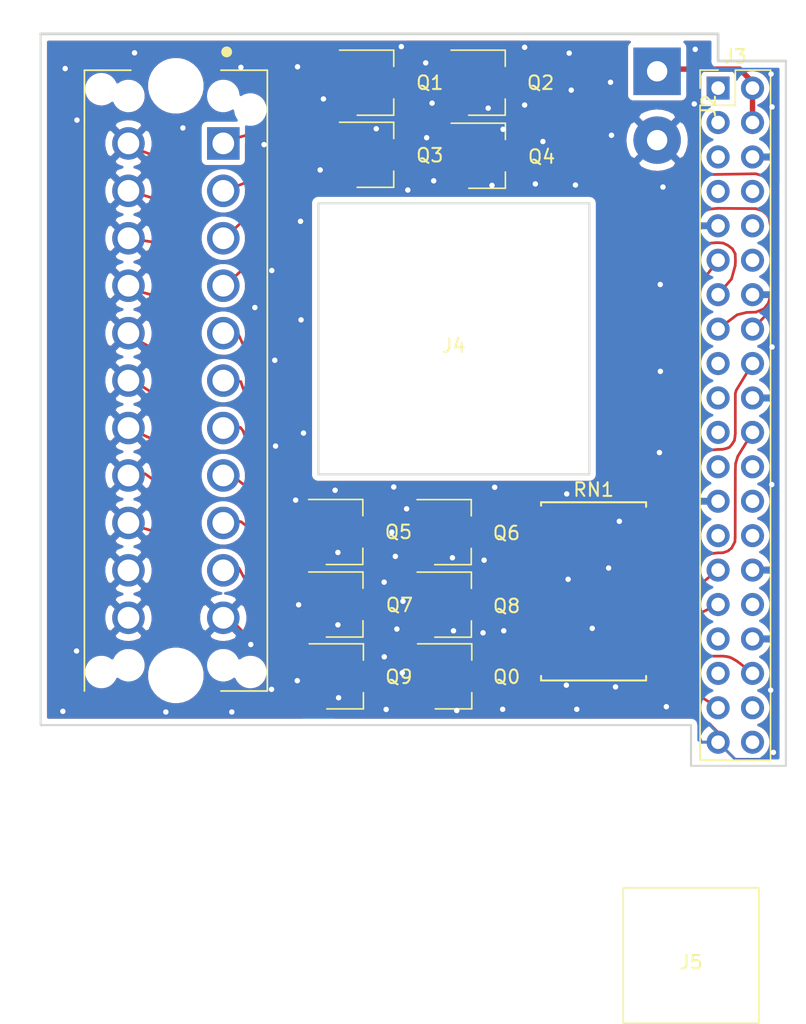
<source format=kicad_pcb>
(kicad_pcb (version 20170922) (host pcbnew "(2017-11-06 revision 9df4ae65e)-makepkg")
  (layers (0 F.Cu signal) (31 B.Cu signal) (34 B.Paste user) (35 F.Paste user) (36 B.SilkS user) (37 F.SilkS user) (38 B.Mask user) (39 F.Mask user) (44 Edge.Cuts user))
  (net 0 "")
  (net 1 "Net-(Q1-Pad2)")
  (net 2 GND)
  (net 3 "Net-(Q2-Pad2)")
  (net 4 "Net-(J1-Pad10)")
  (net 5 "Net-(Q3-Pad2)")
  (net 6 "Net-(J1-Pad9)")
  (net 7 "Net-(Q4-Pad2)")
  (net 8 "Net-(J1-Pad8)")
  (net 9 "Net-(Q5-Pad2)")
  (net 10 "Net-(J1-Pad7)")
  (net 11 "Net-(J1-Pad6)")
  (net 12 "Net-(Q6-Pad1)")
  (net 13 "Net-(J1-Pad5)")
  (net 14 "Net-(Q7-Pad1)")
  (net 15 "Net-(J1-Pad4)")
  (net 16 "Net-(Q8-Pad1)")
  (net 17 "Net-(J1-Pad3)")
  (net 18 "Net-(Q9-Pad1)")
  (net 19 "Net-(J1-Pad2)")
  (net 20 /40)
  (net 21 /38)
  (net 22 /37)
  (net 23 /36)
  (net 24 /35)
  (net 25 /33)
  (net 26 /32)
  (net 27 /31)
  (net 28 /29)
  (net 29 /28)
  (net 30 /27)
  (net 31 /26)
  (net 32 /24)
  (net 33 /23)
  (net 34 /22)
  (net 35 /21)
  (net 36 /19)
  (net 37 /18)
  (net 38 3v3)
  (net 39 /16)
  (net 40 /15)
  (net 41 /13)
  (net 42 /12)
  (net 43 /11)
  (net 44 /10)
  (net 45 /8)
  (net 46 /7)
  (net 47 /5)
  (net 48 5V)
  (net 49 /3)
  (net 50 "Net-(J1-Pad1)")
  (net 51 "Net-(Q0-Pad1)")
  (module Ben_Custom:PHOENIX_1848736-11x2_terminal_block (layer F.Cu) (at 159.98 74.58 270)
    (fp_text reference J1)
    (fp_text value Conn_02x11_Top_Bottom)
    (pad 1 thru_hole rect (at -17.5 -3.5 180) (size 2.4 2.4) (drill 1.6) (layers *.Cu *.Mask) (net 50 "Net-(J1-Pad1)"))
    (pad 2 thru_hole circle (at -14 -3.5 180) (size 2.4 2.4) (drill 1.6) (layers *.Cu *.Mask) (net 19 "Net-(J1-Pad2)"))
    (pad 3 thru_hole circle (at -10.5 -3.5 180) (size 2.4 2.4) (drill 1.6) (layers *.Cu *.Mask) (net 17 "Net-(J1-Pad3)"))
    (pad 4 thru_hole circle (at -7 -3.5 180) (size 2.4 2.4) (drill 1.6) (layers *.Cu *.Mask) (net 15 "Net-(J1-Pad4)"))
    (pad 5 thru_hole circle (at -3.5 -3.5 180) (size 2.4 2.4) (drill 1.6) (layers *.Cu *.Mask) (net 13 "Net-(J1-Pad5)"))
    (pad 6 thru_hole circle (at 0 -3.5 180) (size 2.4 2.4) (drill 1.6) (layers *.Cu *.Mask) (net 11 "Net-(J1-Pad6)"))
    (pad 7 thru_hole circle (at 3.5 -3.5 180) (size 2.4 2.4) (drill 1.6) (layers *.Cu *.Mask) (net 10 "Net-(J1-Pad7)"))
    (pad 8 thru_hole circle (at 7 -3.5 180) (size 2.4 2.4) (drill 1.6) (layers *.Cu *.Mask) (net 8 "Net-(J1-Pad8)"))
    (pad 9 thru_hole circle (at 10.5 -3.5 180) (size 2.4 2.4) (drill 1.6) (layers *.Cu *.Mask) (net 6 "Net-(J1-Pad9)"))
    (pad 10 thru_hole circle (at 14 -3.5 180) (size 2.4 2.4) (drill 1.6) (layers *.Cu *.Mask) (net 4 "Net-(J1-Pad10)"))
    (pad 11 thru_hole circle (at 17.5 -3.5 180) (size 2.4 2.4) (drill 1.6) (layers *.Cu *.Mask) (net 2 GND))
    (pad 12 thru_hole circle (at -17.5 3.5 180) (size 2.4 2.4) (drill 1.6) (layers *.Cu *.Mask) (net 2 GND))
    (pad 13 thru_hole circle (at -14 3.5 180) (size 2.4 2.4) (drill 1.6) (layers *.Cu *.Mask) (net 2 GND))
    (pad 14 thru_hole circle (at -10.5 3.5 180) (size 2.4 2.4) (drill 1.6) (layers *.Cu *.Mask) (net 2 GND))
    (pad 15 thru_hole circle (at -7 3.5 180) (size 2.4 2.4) (drill 1.6) (layers *.Cu *.Mask) (net 2 GND))
    (pad 16 thru_hole circle (at -3.5 3.5 180) (size 2.4 2.4) (drill 1.6) (layers *.Cu *.Mask) (net 2 GND))
    (pad 17 thru_hole circle (at 0 3.5 180) (size 2.4 2.4) (drill 1.6) (layers *.Cu *.Mask) (net 2 GND))
    (pad 18 thru_hole circle (at 3.5 3.5 180) (size 2.4 2.4) (drill 1.6) (layers *.Cu *.Mask) (net 2 GND))
    (pad 19 thru_hole circle (at 7 3.5 180) (size 2.4 2.4) (drill 1.6) (layers *.Cu *.Mask) (net 2 GND))
    (pad 20 thru_hole circle (at 10.5 3.5 180) (size 2.4 2.4) (drill 1.6) (layers *.Cu *.Mask) (net 2 GND))
    (pad 21 thru_hole circle (at 14 3.5 180) (size 2.4 2.4) (drill 1.6) (layers *.Cu *.Mask) (net 2 GND))
    (pad 22 thru_hole circle (at 17.5 3.5 180) (size 2.4 2.4) (drill 1.6) (layers *.Cu *.Mask) (net 2 GND))
    (pad Hole np_thru_hole circle (at -20 -5.5 270) (size 1.6 1.6) (drill 1.6) (layers *.Cu *.Mask F.SilkS))
    (pad Hole np_thru_hole circle (at -21.5 5.5 270) (size 1.6 1.6) (drill 1.6) (layers *.Cu *.Mask F.SilkS))
    (pad Hole np_thru_hole circle (at 21.5 5.5 270) (size 1.6 1.6) (drill 1.6) (layers *.Cu *.Mask F.SilkS))
    (pad Hole np_thru_hole circle (at 21.5 -5.5 270) (size 1.6 1.6) (drill 1.6) (layers *.Cu *.Mask F.SilkS))
    (pad Hole np_thru_hole circle (at -21.75 0 270) (size 3.3 3.3) (drill 3.3) (layers *.Cu *.Mask F.SilkS))
    (pad Hole np_thru_hole circle (at 21.75 0 270) (size 3.3 3.3) (drill 3.3) (layers *.Cu *.Mask F.SilkS))
    (pad Hole np_thru_hole circle (at -21 -3.5 270) (size 1.6 1.6) (drill 1.6) (layers *.Cu *.Mask F.SilkS))
    (pad Hole np_thru_hole circle (at -21 3.5 270) (size 1.6 1.6) (drill 1.6) (layers *.Cu *.Mask F.SilkS))
    (pad Hole np_thru_hole circle (at 21 3.5 270) (size 1.6 1.6) (drill 1.6) (layers *.Cu *.Mask F.SilkS))
    (pad Hole np_thru_hole circle (at 21 -3.5 270) (size 1.6 1.6) (drill 1.6) (layers *.Cu *.Mask F.SilkS))
  )
  (module Ben_Custom:Bourns_4820P-1-102LF (layer F.Cu) (at 190.81 90.13)
    (fp_text reference RN1 (at 0 -7.5) (layer F.SilkS))
    (fp_text value R_Pack10)
    (pad 20 smd rect (at 4.08 -5.745) (size 1.95 0.6) (layers F.Cu F.Paste F.Mask) (net 39 /16))
    (pad 19 smd rect (at 4.08 -4.475) (size 1.95 0.6) (layers F.Cu F.Paste F.Mask) (net 40 /15))
    (pad 18 smd rect (at 4.08 -3.205) (size 1.95 0.6) (layers F.Cu F.Paste F.Mask) (net 41 /13))
    (pad 17 smd rect (at 4.08 -1.935) (size 1.95 0.6) (layers F.Cu F.Paste F.Mask) (net 43 /11))
    (pad 16 smd rect (at 4.08 -0.665) (size 1.95 0.6) (layers F.Cu F.Paste F.Mask) (net 37 /18))
    (pad 15 smd rect (at 4.08 0.605) (size 1.95 0.6) (layers F.Cu F.Paste F.Mask) (net 34 /22))
    (pad 14 smd rect (at 4.08 1.875) (size 1.95 0.6) (layers F.Cu F.Paste F.Mask) (net 28 /29))
    (pad 13 smd rect (at 4.08 3.145) (size 1.95 0.6) (layers F.Cu F.Paste F.Mask) (net 27 /31))
    (pad 12 smd rect (at 4.08 4.415) (size 1.95 0.6) (layers F.Cu F.Paste F.Mask) (net 23 /36))
    (pad 11 smd rect (at 4.08 5.685) (size 1.95 0.6) (layers F.Cu F.Paste F.Mask) (net 22 /37))
    (pad 10 smd rect (at -4.04 5.665) (size 1.95 0.6) (layers F.Cu F.Paste F.Mask) (net 51 "Net-(Q0-Pad1)"))
    (pad 9 smd rect (at -4.04 4.395) (size 1.95 0.6) (layers F.Cu F.Paste F.Mask) (net 18 "Net-(Q9-Pad1)"))
    (pad 8 smd rect (at -4.04 3.125) (size 1.95 0.6) (layers F.Cu F.Paste F.Mask) (net 16 "Net-(Q8-Pad1)"))
    (pad 7 smd rect (at -4.04 1.855) (size 1.95 0.6) (layers F.Cu F.Paste F.Mask) (net 14 "Net-(Q7-Pad1)"))
    (pad 6 smd rect (at -4.04 0.585) (size 1.95 0.6) (layers F.Cu F.Paste F.Mask) (net 12 "Net-(Q6-Pad1)"))
    (pad 5 smd rect (at -4.04 -0.685) (size 1.95 0.6) (layers F.Cu F.Paste F.Mask) (net 9 "Net-(Q5-Pad2)"))
    (pad 4 smd rect (at -4.04 -1.955) (size 1.95 0.6) (layers F.Cu F.Paste F.Mask) (net 1 "Net-(Q1-Pad2)"))
    (pad 3 smd rect (at -4.04 -3.225) (size 1.95 0.6) (layers F.Cu F.Paste F.Mask) (net 3 "Net-(Q2-Pad2)"))
    (pad 2 smd rect (at -4.04 -4.495) (size 1.95 0.6) (layers F.Cu F.Paste F.Mask) (net 5 "Net-(Q3-Pad2)"))
    (pad 1 smd rect (at -4.04 -5.765) (size 1.95 0.6) (layers F.Cu F.Paste F.Mask) (net 7 "Net-(Q4-Pad2)"))
  )
  (module Pin_Headers:Pin_Header_Straight_2x20_Pitch2.54mm (layer F.Cu) (at 200 53)
    (fp_text reference J3 (at 1.27 -2.33) (layer F.SilkS))
    (fp_text value Conn_02x20_Odd_Even)
    (pad 40 thru_hole oval (at 2.54 48.26) (size 1.7 1.7) (drill 1) (layers *.Cu *.Mask) (net 20 /40))
    (pad 39 thru_hole oval (at 0 48.26) (size 1.7 1.7) (drill 1) (layers *.Cu *.Mask) (net 2 GND))
    (pad 38 thru_hole oval (at 2.54 45.72) (size 1.7 1.7) (drill 1) (layers *.Cu *.Mask) (net 21 /38))
    (pad 37 thru_hole oval (at 0 45.72) (size 1.7 1.7) (drill 1) (layers *.Cu *.Mask) (net 22 /37))
    (pad 36 thru_hole oval (at 2.54 43.18) (size 1.7 1.7) (drill 1) (layers *.Cu *.Mask) (net 23 /36))
    (pad 35 thru_hole oval (at 0 43.18) (size 1.7 1.7) (drill 1) (layers *.Cu *.Mask) (net 24 /35))
    (pad 34 thru_hole oval (at 2.54 40.64) (size 1.7 1.7) (drill 1) (layers *.Cu *.Mask) (net 2 GND))
    (pad 33 thru_hole oval (at 0 40.64) (size 1.7 1.7) (drill 1) (layers *.Cu *.Mask) (net 25 /33))
    (pad 32 thru_hole oval (at 2.54 38.1) (size 1.7 1.7) (drill 1) (layers *.Cu *.Mask) (net 26 /32))
    (pad 31 thru_hole oval (at 0 38.1) (size 1.7 1.7) (drill 1) (layers *.Cu *.Mask) (net 27 /31))
    (pad 30 thru_hole oval (at 2.54 35.56) (size 1.7 1.7) (drill 1) (layers *.Cu *.Mask) (net 2 GND))
    (pad 29 thru_hole oval (at 0 35.56) (size 1.7 1.7) (drill 1) (layers *.Cu *.Mask) (net 28 /29))
    (pad 28 thru_hole oval (at 2.54 33.02) (size 1.7 1.7) (drill 1) (layers *.Cu *.Mask) (net 29 /28))
    (pad 27 thru_hole oval (at 0 33.02) (size 1.7 1.7) (drill 1) (layers *.Cu *.Mask) (net 30 /27))
    (pad 26 thru_hole oval (at 2.54 30.48) (size 1.7 1.7) (drill 1) (layers *.Cu *.Mask) (net 31 /26))
    (pad 25 thru_hole oval (at 0 30.48) (size 1.7 1.7) (drill 1) (layers *.Cu *.Mask) (net 2 GND))
    (pad 24 thru_hole oval (at 2.54 27.94) (size 1.7 1.7) (drill 1) (layers *.Cu *.Mask) (net 32 /24))
    (pad 23 thru_hole oval (at 0 27.94) (size 1.7 1.7) (drill 1) (layers *.Cu *.Mask) (net 33 /23))
    (pad 22 thru_hole oval (at 2.54 25.4) (size 1.7 1.7) (drill 1) (layers *.Cu *.Mask) (net 34 /22))
    (pad 21 thru_hole oval (at 0 25.4) (size 1.7 1.7) (drill 1) (layers *.Cu *.Mask) (net 35 /21))
    (pad 20 thru_hole oval (at 2.54 22.86) (size 1.7 1.7) (drill 1) (layers *.Cu *.Mask) (net 2 GND))
    (pad 19 thru_hole oval (at 0 22.86) (size 1.7 1.7) (drill 1) (layers *.Cu *.Mask) (net 36 /19))
    (pad 18 thru_hole oval (at 2.54 20.32) (size 1.7 1.7) (drill 1) (layers *.Cu *.Mask) (net 37 /18))
    (pad 17 thru_hole oval (at 0 20.32) (size 1.7 1.7) (drill 1) (layers *.Cu *.Mask) (net 38 3v3))
    (pad 16 thru_hole oval (at 2.54 17.78) (size 1.7 1.7) (drill 1) (layers *.Cu *.Mask) (net 39 /16))
    (pad 15 thru_hole oval (at 0 17.78) (size 1.7 1.7) (drill 1) (layers *.Cu *.Mask) (net 40 /15))
    (pad 14 thru_hole oval (at 2.54 15.24) (size 1.7 1.7) (drill 1) (layers *.Cu *.Mask) (net 2 GND))
    (pad 13 thru_hole oval (at 0 15.24) (size 1.7 1.7) (drill 1) (layers *.Cu *.Mask) (net 41 /13))
    (pad 12 thru_hole oval (at 2.54 12.7) (size 1.7 1.7) (drill 1) (layers *.Cu *.Mask) (net 42 /12))
    (pad 11 thru_hole oval (at 0 12.7) (size 1.7 1.7) (drill 1) (layers *.Cu *.Mask) (net 43 /11))
    (pad 10 thru_hole oval (at 2.54 10.16) (size 1.7 1.7) (drill 1) (layers *.Cu *.Mask) (net 44 /10))
    (pad 9 thru_hole oval (at 0 10.16) (size 1.7 1.7) (drill 1) (layers *.Cu *.Mask) (net 2 GND))
    (pad 8 thru_hole oval (at 2.54 7.62) (size 1.7 1.7) (drill 1) (layers *.Cu *.Mask) (net 45 /8))
    (pad 7 thru_hole oval (at 0 7.62) (size 1.7 1.7) (drill 1) (layers *.Cu *.Mask) (net 46 /7))
    (pad 6 thru_hole oval (at 2.54 5.08) (size 1.7 1.7) (drill 1) (layers *.Cu *.Mask) (net 2 GND))
    (pad 5 thru_hole oval (at 0 5.08) (size 1.7 1.7) (drill 1) (layers *.Cu *.Mask) (net 47 /5))
    (pad 4 thru_hole oval (at 2.54 2.54) (size 1.7 1.7) (drill 1) (layers *.Cu *.Mask) (net 48 5V))
    (pad 3 thru_hole oval (at 0 2.54) (size 1.7 1.7) (drill 1) (layers *.Cu *.Mask) (net 49 /3))
    (pad 2 thru_hole oval (at 2.54 0) (size 1.7 1.7) (drill 1) (layers *.Cu *.Mask) (net 48 5V))
    (pad 1 thru_hole rect (at 0 0) (size 1.7 1.7) (drill 1) (layers *.Cu *.Mask) (net 38 3v3))
  )
  (module TO_SOT_Packages_SMD:SOT-89-3 (layer F.Cu) (at 180.04 96.4)
    (fp_text reference Q0 (at 4.35 0.04) (layer F.SilkS))
    (fp_text value Q_NMOS_GDS)
    (pad 2 smd trapezoid (at -0.0762 0 90) (size 1.5 1) (rect_delta 0 0.7) (layers F.Cu F.Paste F.Mask) (net 4 "Net-(J1-Pad10)"))
    (pad 2 smd rect (at 1.3335 0 270) (size 2.2 1.84) (layers F.Cu F.Paste F.Mask) (net 4 "Net-(J1-Pad10)"))
    (pad 3 smd rect (at -1.48 1.5 270) (size 1 1.5) (layers F.Cu F.Paste F.Mask) (net 2 GND))
    (pad 2 smd rect (at -1.3335 0 270) (size 1 1.8) (layers F.Cu F.Paste F.Mask) (net 4 "Net-(J1-Pad10)"))
    (pad 1 smd rect (at -1.48 -1.5 270) (size 1 1.5) (layers F.Cu F.Paste F.Mask) (net 51 "Net-(Q0-Pad1)"))
    (pad 2 smd trapezoid (at 2.667 0 270) (size 1.6 0.85) (rect_delta 0 0.6) (layers F.Cu F.Paste F.Mask) (net 4 "Net-(J1-Pad10)"))
  )
  (module Ben_Custom:9x9mm_Heatsink (layer F.Cu) (at 198 117)
    (fp_text reference J5 (at 0 0.5) (layer F.SilkS))
    (fp_text value Serial_Heatsink)
  )
  (module Ben_Custom:SolderWirePad_2x_1-5mmDrill (layer F.Cu) (at 195.5 54.3 270)
    (fp_text reference J2 (at 0 -3.81 270) (layer F.SilkS))
    (fp_text value Conn_01x02)
    (pad 2 thru_hole circle (at 2.54 0 270) (size 3.50012 3.50012) (drill 1.50114) (layers *.Cu *.Mask) (net 2 GND))
    (pad 1 thru_hole rect (at -2.54 0 270) (size 3.50012 3.50012) (drill 1.50114) (layers *.Cu *.Mask) (net 48 5V))
  )
  (module Ben_Custom:WV_19x19mm_heatsink (layer F.Cu) (at 180.5 71.5)
    (fp_text reference J4 (at 0 0.5) (layer F.SilkS))
    (fp_text value Processor_Heatsink)
  )
  (module TO_SOT_Packages_SMD:SOT-89-3 (layer F.Cu) (at 172.04 96.4)
    (fp_text reference Q9 (at 4.4 0.04) (layer F.SilkS))
    (fp_text value Q_NMOS_GDS)
    (pad 2 smd trapezoid (at -0.0762 0 90) (size 1.5 1) (rect_delta 0 0.7) (layers F.Cu F.Paste F.Mask) (net 6 "Net-(J1-Pad9)"))
    (pad 2 smd rect (at 1.3335 0 270) (size 2.2 1.84) (layers F.Cu F.Paste F.Mask) (net 6 "Net-(J1-Pad9)"))
    (pad 3 smd rect (at -1.48 1.5 270) (size 1 1.5) (layers F.Cu F.Paste F.Mask) (net 2 GND))
    (pad 2 smd rect (at -1.3335 0 270) (size 1 1.8) (layers F.Cu F.Paste F.Mask) (net 6 "Net-(J1-Pad9)"))
    (pad 1 smd rect (at -1.48 -1.5 270) (size 1 1.5) (layers F.Cu F.Paste F.Mask) (net 18 "Net-(Q9-Pad1)"))
    (pad 2 smd trapezoid (at 2.667 0 270) (size 1.6 0.85) (rect_delta 0 0.6) (layers F.Cu F.Paste F.Mask) (net 6 "Net-(J1-Pad9)"))
  )
  (module TO_SOT_Packages_SMD:SOT-89-3 (layer F.Cu) (at 180.01 91.11)
    (fp_text reference Q8 (at 4.38 0.1) (layer F.SilkS))
    (fp_text value Q_NMOS_GDS)
    (pad 2 smd trapezoid (at 2.667 0 270) (size 1.6 0.85) (rect_delta 0 0.6) (layers F.Cu F.Paste F.Mask) (net 8 "Net-(J1-Pad8)"))
    (pad 1 smd rect (at -1.48 -1.5 270) (size 1 1.5) (layers F.Cu F.Paste F.Mask) (net 16 "Net-(Q8-Pad1)"))
    (pad 2 smd rect (at -1.3335 0 270) (size 1 1.8) (layers F.Cu F.Paste F.Mask) (net 8 "Net-(J1-Pad8)"))
    (pad 3 smd rect (at -1.48 1.5 270) (size 1 1.5) (layers F.Cu F.Paste F.Mask) (net 2 GND))
    (pad 2 smd rect (at 1.3335 0 270) (size 2.2 1.84) (layers F.Cu F.Paste F.Mask) (net 8 "Net-(J1-Pad8)"))
    (pad 2 smd trapezoid (at -0.0762 0 90) (size 1.5 1) (rect_delta 0 0.7) (layers F.Cu F.Paste F.Mask) (net 8 "Net-(J1-Pad8)"))
  )
  (module TO_SOT_Packages_SMD:SOT-89-3 (layer F.Cu) (at 172.01 91.1)
    (fp_text reference Q7 (at 4.47 0.04) (layer F.SilkS))
    (fp_text value Q_NMOS_GDS)
    (pad 2 smd trapezoid (at -0.0762 0 90) (size 1.5 1) (rect_delta 0 0.7) (layers F.Cu F.Paste F.Mask) (net 10 "Net-(J1-Pad7)"))
    (pad 2 smd rect (at 1.3335 0 270) (size 2.2 1.84) (layers F.Cu F.Paste F.Mask) (net 10 "Net-(J1-Pad7)"))
    (pad 3 smd rect (at -1.48 1.5 270) (size 1 1.5) (layers F.Cu F.Paste F.Mask) (net 2 GND))
    (pad 2 smd rect (at -1.3335 0 270) (size 1 1.8) (layers F.Cu F.Paste F.Mask) (net 10 "Net-(J1-Pad7)"))
    (pad 1 smd rect (at -1.48 -1.5 270) (size 1 1.5) (layers F.Cu F.Paste F.Mask) (net 14 "Net-(Q7-Pad1)"))
    (pad 2 smd trapezoid (at 2.667 0 270) (size 1.6 0.85) (rect_delta 0 0.6) (layers F.Cu F.Paste F.Mask) (net 10 "Net-(J1-Pad7)"))
  )
  (module TO_SOT_Packages_SMD:SOT-89-3 (layer F.Cu) (at 180 85.76)
    (fp_text reference Q6 (at 4.38 0.07) (layer F.SilkS))
    (fp_text value Q_NMOS_GDS)
    (pad 2 smd trapezoid (at 2.667 0 270) (size 1.6 0.85) (rect_delta 0 0.6) (layers F.Cu F.Paste F.Mask) (net 11 "Net-(J1-Pad6)"))
    (pad 1 smd rect (at -1.48 -1.5 270) (size 1 1.5) (layers F.Cu F.Paste F.Mask) (net 12 "Net-(Q6-Pad1)"))
    (pad 2 smd rect (at -1.3335 0 270) (size 1 1.8) (layers F.Cu F.Paste F.Mask) (net 11 "Net-(J1-Pad6)"))
    (pad 3 smd rect (at -1.48 1.5 270) (size 1 1.5) (layers F.Cu F.Paste F.Mask) (net 2 GND))
    (pad 2 smd rect (at 1.3335 0 270) (size 2.2 1.84) (layers F.Cu F.Paste F.Mask) (net 11 "Net-(J1-Pad6)"))
    (pad 2 smd trapezoid (at -0.0762 0 90) (size 1.5 1) (rect_delta 0 0.7) (layers F.Cu F.Paste F.Mask) (net 11 "Net-(J1-Pad6)"))
  )
  (module TO_SOT_Packages_SMD:SOT-89-3 (layer F.Cu) (at 172 85.75)
    (fp_text reference Q5 (at 4.41 0) (layer F.SilkS))
    (fp_text value Q_NMOS_GDS)
    (pad 2 smd trapezoid (at -0.0762 0 90) (size 1.5 1) (rect_delta 0 0.7) (layers F.Cu F.Paste F.Mask) (net 9 "Net-(Q5-Pad2)"))
    (pad 2 smd rect (at 1.3335 0 270) (size 2.2 1.84) (layers F.Cu F.Paste F.Mask) (net 9 "Net-(Q5-Pad2)"))
    (pad 3 smd rect (at -1.48 1.5 270) (size 1 1.5) (layers F.Cu F.Paste F.Mask) (net 2 GND))
    (pad 2 smd rect (at -1.3335 0 270) (size 1 1.8) (layers F.Cu F.Paste F.Mask) (net 9 "Net-(Q5-Pad2)"))
    (pad 1 smd rect (at -1.48 -1.5 270) (size 1 1.5) (layers F.Cu F.Paste F.Mask) (net 13 "Net-(J1-Pad5)"))
    (pad 2 smd trapezoid (at 2.667 0 270) (size 1.6 0.85) (rect_delta 0 0.6) (layers F.Cu F.Paste F.Mask) (net 9 "Net-(Q5-Pad2)"))
  )
  (module TO_SOT_Packages_SMD:SOT-89-3 (layer F.Cu) (at 182.52 57.99)
    (fp_text reference Q4 (at 4.45 0.07) (layer F.SilkS))
    (fp_text value Q_NMOS_GDS)
    (pad 2 smd trapezoid (at 2.667 0 270) (size 1.6 0.85) (rect_delta 0 0.6) (layers F.Cu F.Paste F.Mask) (net 7 "Net-(Q4-Pad2)"))
    (pad 1 smd rect (at -1.48 -1.5 270) (size 1 1.5) (layers F.Cu F.Paste F.Mask) (net 15 "Net-(J1-Pad4)"))
    (pad 2 smd rect (at -1.3335 0 270) (size 1 1.8) (layers F.Cu F.Paste F.Mask) (net 7 "Net-(Q4-Pad2)"))
    (pad 3 smd rect (at -1.48 1.5 270) (size 1 1.5) (layers F.Cu F.Paste F.Mask) (net 2 GND))
    (pad 2 smd rect (at 1.3335 0 270) (size 2.2 1.84) (layers F.Cu F.Paste F.Mask) (net 7 "Net-(Q4-Pad2)"))
    (pad 2 smd trapezoid (at -0.0762 0 90) (size 1.5 1) (rect_delta 0 0.7) (layers F.Cu F.Paste F.Mask) (net 7 "Net-(Q4-Pad2)"))
  )
  (module TO_SOT_Packages_SMD:SOT-89-3 (layer F.Cu) (at 174.28 57.92)
    (fp_text reference Q3 (at 4.44 0.04) (layer F.SilkS))
    (fp_text value Q_NMOS_GDS)
    (pad 2 smd trapezoid (at -0.0762 0 90) (size 1.5 1) (rect_delta 0 0.7) (layers F.Cu F.Paste F.Mask) (net 5 "Net-(Q3-Pad2)"))
    (pad 2 smd rect (at 1.3335 0 270) (size 2.2 1.84) (layers F.Cu F.Paste F.Mask) (net 5 "Net-(Q3-Pad2)"))
    (pad 3 smd rect (at -1.48 1.5 270) (size 1 1.5) (layers F.Cu F.Paste F.Mask) (net 2 GND))
    (pad 2 smd rect (at -1.3335 0 270) (size 1 1.8) (layers F.Cu F.Paste F.Mask) (net 5 "Net-(Q3-Pad2)"))
    (pad 1 smd rect (at -1.48 -1.5 270) (size 1 1.5) (layers F.Cu F.Paste F.Mask) (net 17 "Net-(J1-Pad3)"))
    (pad 2 smd trapezoid (at 2.667 0 270) (size 1.6 0.85) (rect_delta 0 0.6) (layers F.Cu F.Paste F.Mask) (net 5 "Net-(Q3-Pad2)"))
  )
  (module TO_SOT_Packages_SMD:SOT-89-3 (layer F.Cu) (at 182.51 52.6)
    (fp_text reference Q2 (at 4.39 0.01) (layer F.SilkS))
    (fp_text value Q_NMOS_GDS)
    (pad 2 smd trapezoid (at 2.667 0 270) (size 1.6 0.85) (rect_delta 0 0.6) (layers F.Cu F.Paste F.Mask) (net 3 "Net-(Q2-Pad2)"))
    (pad 1 smd rect (at -1.48 -1.5 270) (size 1 1.5) (layers F.Cu F.Paste F.Mask) (net 19 "Net-(J1-Pad2)"))
    (pad 2 smd rect (at -1.3335 0 270) (size 1 1.8) (layers F.Cu F.Paste F.Mask) (net 3 "Net-(Q2-Pad2)"))
    (pad 3 smd rect (at -1.48 1.5 270) (size 1 1.5) (layers F.Cu F.Paste F.Mask) (net 2 GND))
    (pad 2 smd rect (at 1.3335 0 270) (size 2.2 1.84) (layers F.Cu F.Paste F.Mask) (net 3 "Net-(Q2-Pad2)"))
    (pad 2 smd trapezoid (at -0.0762 0 90) (size 1.5 1) (rect_delta 0 0.7) (layers F.Cu F.Paste F.Mask) (net 3 "Net-(Q2-Pad2)"))
  )
  (module TO_SOT_Packages_SMD:SOT-89-3 (layer F.Cu) (at 174.2814 52.6)
    (fp_text reference Q1 (at 4.4386 0.01) (layer F.SilkS))
    (fp_text value Q_NMOS_GDS)
    (pad 2 smd trapezoid (at -0.0762 0 90) (size 1.5 1) (rect_delta 0 0.7) (layers F.Cu F.Paste F.Mask) (net 1 "Net-(Q1-Pad2)"))
    (pad 2 smd rect (at 1.3335 0 270) (size 2.2 1.84) (layers F.Cu F.Paste F.Mask) (net 1 "Net-(Q1-Pad2)"))
    (pad 3 smd rect (at -1.48 1.5 270) (size 1 1.5) (layers F.Cu F.Paste F.Mask) (net 2 GND))
    (pad 2 smd rect (at -1.3335 0 270) (size 1 1.8) (layers F.Cu F.Paste F.Mask) (net 1 "Net-(Q1-Pad2)"))
    (pad 1 smd rect (at -1.48 -1.5 270) (size 1 1.5) (layers F.Cu F.Paste F.Mask) (net 50 "Net-(J1-Pad1)"))
    (pad 2 smd trapezoid (at 2.667 0 270) (size 1.6 0.85) (rect_delta 0 0.6) (layers F.Cu F.Paste F.Mask) (net 1 "Net-(Q1-Pad2)"))
  )
  (gr_line (start 198 103) (end 198 100) (layer Edge.Cuts) (width 0.15))
  (gr_line (start 200 49) (end 150 49) (layer Edge.Cuts) (width 0.2))
  (gr_line (start 200 49) (end 200 51) (layer Edge.Cuts) (width 0.2))
  (gr_line (start 205 51) (end 200 51) (layer Edge.Cuts) (width 0.2))
  (gr_line (start 198 100) (end 150 100) (layer Edge.Cuts) (width 0.15))
  (gr_line (start 150 100) (end 150 49) (layer Edge.Cuts) (width 0.15))
  (gr_line (start 205 103) (end 198 103) (layer Edge.Cuts) (width 0.15))
  (gr_line (start 205 51) (end 205 103) (layer Edge.Cuts) (width 0.15))
  (gr_line (start 190.5 81.5) (end 190.5 61.5) (layer Edge.Cuts) (width 0.15))
  (gr_line (start 170.5 81.5) (end 190.5 81.5) (layer Edge.Cuts) (width 0.15))
  (gr_line (start 170.5 61.5) (end 170.5 81.5) (layer Edge.Cuts) (width 0.15))
  (gr_line (start 190.5 61.5) (end 170.5 61.5) (layer Edge.Cuts) (width 0.15))
  (segment (start 199.98 101.24) (end 199.95 101.24) (width 0.2) (layer F.Cu) (net 2))
  (segment (start 201.26 102.52) (end 199.98 101.24) (width 0.2) (layer F.Cu) (net 2))
  (segment (start 203.78 102.52) (end 201.26 102.52) (width 0.2) (layer F.Cu) (net 2))
  (segment (start 204.08 102.22) (end 203.78 102.52) (width 0.2) (layer F.Cu) (net 2))
  (segment (start 204.08 102.01) (end 204.08 102.22) (width 0.2) (layer F.Cu) (net 2))
  (segment (start 203.7 102.53) (end 204.16 102.07) (width 0.2) (layer B.Cu) (net 2))
  (segment (start 201.27 102.53) (end 203.7 102.53) (width 0.2) (layer B.Cu) (net 2))
  (segment (start 201.21 102.47) (end 201.27 102.53) (width 0.2) (layer B.Cu) (net 2))
  (segment (start 200 101.26) (end 201.21 102.47) (width 0.2) (layer B.Cu) (net 2))
  (segment (start 198.63 101.1) (end 198.63 100.3) (width 0.2) (layer B.Cu) (net 2))
  (segment (start 198.78 101.25) (end 198.63 101.1) (width 0.2) (layer B.Cu) (net 2))
  (segment (start 199.69 101.25) (end 198.78 101.25) (width 0.2) (layer B.Cu) (net 2))
  (segment (start 199.81 101.37) (end 199.69 101.25) (width 0.2) (layer B.Cu) (net 2))
  (segment (start 200.16 101.02) (end 199.81 101.37) (width 0.2) (layer B.Cu) (net 2))
  (segment (start 200.16 100.77) (end 200.16 101.02) (width 0.2) (layer B.Cu) (net 2))
  (segment (start 198.62 99.23) (end 200.16 100.77) (width 0.2) (layer B.Cu) (net 2))
  (segment (start 197.335685 99.23) (end 198.62 99.23) (width 0.2) (layer B.Cu) (net 2))
  (segment (start 196.18 98.64) (end 196.745685 98.64) (width 0.2) (layer B.Cu) (net 2))
  (segment (start 196.745685 98.64) (end 197.335685 99.23) (width 0.2) (layer B.Cu) (net 2))
  (segment (start 203.82 102.49) (end 204.22 102.09) (width 0.2) (layer F.Cu) (net 2))
  (segment (start 200 101.26) (end 201.23 102.49) (width 0.2) (layer F.Cu) (net 2))
  (segment (start 199.97 100.51) (end 199.97 101.24) (width 0.2) (layer F.Cu) (net 2))
  (segment (start 199.32 99.86) (end 199.97 100.51) (width 0.2) (layer F.Cu) (net 2))
  (segment (start 198.59 99.86) (end 199.32 99.86) (width 0.2) (layer F.Cu) (net 2))
  (segment (start 198.55 99.9) (end 198.59 99.86) (width 0.2) (layer F.Cu) (net 2))
  (segment (start 198.6 99.95) (end 198.55 99.9) (width 0.2) (layer F.Cu) (net 2))
  (segment (start 198.6 101.062081) (end 198.6 99.95) (width 0.2) (layer F.Cu) (net 2))
  (segment (start 200 101.26) (end 198.797919 101.26) (width 0.2) (layer F.Cu) (net 2))
  (segment (start 198.797919 101.26) (end 198.6 101.062081) (width 0.2) (layer F.Cu) (net 2))
  (segment (start 167 97.17) (end 166.97 97.14) (width 0.2) (layer F.Cu) (net 2))
  (segment (start 167 97.66) (end 167 97.17) (width 0.2) (layer F.Cu) (net 2))
  (segment (start 168.75 99.41) (end 167 97.66) (width 0.2) (layer F.Cu) (net 2))
  (segment (start 174.364315 99.41) (end 168.75 99.41) (width 0.2) (layer F.Cu) (net 2))
  (segment (start 175.5 98.84) (end 174.934315 98.84) (width 0.2) (layer F.Cu) (net 2))
  (segment (start 174.934315 98.84) (end 174.364315 99.41) (width 0.2) (layer F.Cu) (net 2))
  (via (at 180.71 98.92) (size 0.8) (drill 0.4) (layers F.Cu B.Cu) (net 2))
  (via (at 175.5 98.84) (size 0.8) (drill 0.4) (layers F.Cu B.Cu) (net 2))
  (segment (start 170.52 87.25) (end 169.92 87.31) (width 0.2) (layer F.Cu) (net 2))
  (segment (start 169.92 87.31) (end 169.7 87.2) (width 0.2) (layer F.Cu) (net 2))
  (segment (start 169.51 86.91) (end 169.75 87.05) (width 0.2) (layer F.Cu) (net 2))
  (segment (start 169.7 87.2) (end 169.51 86.91) (width 0.2) (layer F.Cu) (net 2))
  (segment (start 170.52 87.25) (end 169.91 87.66) (width 0.2) (layer F.Cu) (net 2))
  (segment (start 169.91 87.66) (end 169.59 87.27) (width 0.2) (layer F.Cu) (net 2))
  (segment (start 168.86 85.38) (end 168.89 85.03) (width 0.2) (layer F.Cu) (net 2))
  (segment (start 169.1 86.3) (end 168.86 85.38) (width 0.2) (layer F.Cu) (net 2))
  (segment (start 169.59 87.27) (end 169.1 86.3) (width 0.2) (layer F.Cu) (net 2))
  (segment (start 169.85 87.65) (end 169.26 86.77) (width 0.2) (layer B.Cu) (net 2))
  (segment (start 168.84 85.42) (end 168.89 85.07) (width 0.2) (layer B.Cu) (net 2))
  (segment (start 169.02 86.02) (end 168.84 85.42) (width 0.2) (layer B.Cu) (net 2))
  (segment (start 169.26 86.77) (end 169.02 86.02) (width 0.2) (layer B.Cu) (net 2))
  (segment (start 170.56 97.9) (end 171.99 97.98) (width 0.2) (layer F.Cu) (net 2))
  (via (at 171.99 97.98) (size 0.8) (drill 0.4) (layers F.Cu B.Cu) (net 2))
  (segment (start 170.56 97.9) (end 169.95 98.24) (width 0.2) (layer F.Cu) (net 2))
  (segment (start 169.95 98.24) (end 169.42 98.08) (width 0.2) (layer F.Cu) (net 2))
  (segment (start 169.32 97.54) (end 169.81 97.69) (width 0.2) (layer F.Cu) (net 2))
  (segment (start 169.22 97.66) (end 169.32 97.54) (width 0.2) (layer F.Cu) (net 2))
  (segment (start 169.24 97.85) (end 169.22 97.66) (width 0.2) (layer F.Cu) (net 2))
  (segment (start 169.42 98.08) (end 169.24 97.85) (width 0.2) (layer F.Cu) (net 2))
  (segment (start 169.81 97.69) (end 169.84 98.05) (width 0.2) (layer F.Cu) (net 2))
  (segment (start 169.84 98.05) (end 169.55 98.01) (width 0.2) (layer F.Cu) (net 2))
  (segment (start 169.55 98.01) (end 169.3 97.77) (width 0.2) (layer F.Cu) (net 2))
  (segment (start 169.3 97.77) (end 169.59 97.73) (width 0.2) (layer F.Cu) (net 2))
  (segment (start 169.59 97.73) (end 169.74 97.86) (width 0.2) (layer F.Cu) (net 2))
  (segment (start 169.74 97.86) (end 169.6 97.9) (width 0.2) (layer F.Cu) (net 2))
  (segment (start 170.39 98.1) (end 168.94 96.72) (width 0.2) (layer B.Cu) (net 2))
  (segment (start 168.94 96.72) (end 168.94 96.7) (width 0.2) (layer F.Cu) (net 2))
  (via (at 168.94 96.72) (size 0.8) (drill 0.4) (layers F.Cu B.Cu) (net 2))
  (segment (start 170.53 92.6) (end 171.94 92.6) (width 0.2) (layer F.Cu) (net 2))
  (via (at 171.94 92.6) (size 0.8) (drill 0.4) (layers F.Cu B.Cu) (net 2))
  (segment (start 170.58 87.28) (end 171.94 87.26) (width 0.2) (layer B.Cu) (net 2))
  (segment (start 171.94 87.26) (end 171.92 87.27) (width 0.2) (layer F.Cu) (net 2))
  (via (at 171.94 87.26) (size 0.8) (drill 0.4) (layers F.Cu B.Cu) (net 2))
  (segment (start 169.4 92.005263) (end 169.04 91.12) (width 0.2) (layer F.Cu) (net 2))
  (segment (start 169.04 91.12) (end 169.04 91.13) (width 0.2) (layer B.Cu) (net 2))
  (via (at 169.04 91.12) (size 0.8) (drill 0.4) (layers F.Cu B.Cu) (net 2))
  (via (at 167.34 79.41) (size 0.8) (drill 0.4) (layers F.Cu B.Cu) (net 2))
  (via (at 168.82 83.4) (size 0.8) (drill 0.4) (layers F.Cu B.Cu) (net 2))
  (via (at 198.31 50.14) (size 0.8) (drill 0.4) (layers F.Cu B.Cu) (net 2))
  (segment (start 185.72 49.99) (end 185.320001 49.590001) (width 0.2) (layer F.Cu) (net 2))
  (segment (start 185.320001 49.590001) (end 176.999999 49.590001) (width 0.2) (layer F.Cu) (net 2))
  (via (at 160.5 55.94) (size 0.8) (drill 0.4) (layers F.Cu B.Cu) (net 2))
  (via (at 152.68 55.36) (size 0.8) (drill 0.4) (layers F.Cu B.Cu) (net 2))
  (via (at 151.81 51.56) (size 0.8) (drill 0.4) (layers F.Cu B.Cu) (net 2))
  (via (at 156.93 50.4) (size 0.8) (drill 0.4) (layers F.Cu B.Cu) (net 2))
  (via (at 164.78 51.47) (size 0.8) (drill 0.4) (layers F.Cu B.Cu) (net 2))
  (via (at 168.96 51.43) (size 0.8) (drill 0.4) (layers F.Cu B.Cu) (net 2))
  (via (at 166.49 57.17) (size 0.8) (drill 0.4) (layers F.Cu B.Cu) (net 2))
  (via (at 170.87 53.8) (size 0.8) (drill 0.4) (layers F.Cu B.Cu) (net 2))
  (via (at 170.63 59.04) (size 0.8) (drill 0.4) (layers F.Cu B.Cu) (net 2))
  (via (at 165.81 69.19) (size 0.8) (drill 0.4) (layers F.Cu B.Cu) (net 2))
  (via (at 167.28 73.08) (size 0.8) (drill 0.4) (layers F.Cu B.Cu) (net 2))
  (via (at 167.06 66.46) (size 0.8) (drill 0.4) (layers F.Cu B.Cu) (net 2))
  (via (at 169.22 70.1) (size 0.8) (drill 0.4) (layers F.Cu B.Cu) (net 2))
  (via (at 169.4 78.45) (size 0.8) (drill 0.4) (layers F.Cu B.Cu) (net 2))
  (via (at 169.18 62.83) (size 0.8) (drill 0.4) (layers F.Cu B.Cu) (net 2))
  (via (at 165.51 94.05) (size 0.8) (drill 0.4) (layers F.Cu B.Cu) (net 2))
  (via (at 175.36 94.96) (size 0.8) (drill 0.4) (layers F.Cu B.Cu) (net 2))
  (via (at 176.74 90.86) (size 0.8) (drill 0.4) (layers F.Cu B.Cu) (net 2))
  (via (at 175.35 89.45) (size 0.8) (drill 0.4) (layers F.Cu B.Cu) (net 2))
  (via (at 176.69 96.14) (size 0.8) (drill 0.4) (layers F.Cu B.Cu) (net 2))
  (via (at 167.04 97.36) (size 0.8) (drill 0.4) (layers F.Cu B.Cu) (net 2))
  (via (at 152.65 94.53) (size 0.8) (drill 0.4) (layers F.Cu B.Cu) (net 2))
  (via (at 151.64 98.98) (size 0.8) (drill 0.4) (layers F.Cu B.Cu) (net 2))
  (via (at 159.24 99.03) (size 0.8) (drill 0.4) (layers F.Cu B.Cu) (net 2))
  (via (at 164.11 99.03) (size 0.8) (drill 0.4) (layers F.Cu B.Cu) (net 2))
  (via (at 176.29 92.91) (size 0.8) (drill 0.4) (layers F.Cu B.Cu) (net 2))
  (via (at 176.18 87.55) (size 0.8) (drill 0.4) (layers F.Cu B.Cu) (net 2))
  (via (at 175.92 85.76) (size 0.8) (drill 0.4) (layers F.Cu B.Cu) (net 2))
  (segment (start 181.04 59.49) (end 175.91 60.42) (width 0.2) (layer F.Cu) (net 2))
  (segment (start 161.59 69.16) (end 156.8 67.88) (width 0.2) (layer F.Cu) (net 2))
  (segment (start 163.61 69.3) (end 161.59 69.16) (width 0.2) (layer F.Cu) (net 2))
  (segment (start 165.59 69.09) (end 163.61 69.3) (width 0.2) (layer F.Cu) (net 2))
  (segment (start 167.7 66.1) (end 165.59 69.09) (width 0.2) (layer F.Cu) (net 2))
  (segment (start 168.87 62.67) (end 167.7 66.1) (width 0.2) (layer F.Cu) (net 2))
  (segment (start 169.53 60.99) (end 168.87 62.67) (width 0.2) (layer F.Cu) (net 2))
  (segment (start 170.14 60.8) (end 169.53 60.99) (width 0.2) (layer F.Cu) (net 2))
  (segment (start 171.12 60.75) (end 170.14 60.8) (width 0.2) (layer F.Cu) (net 2))
  (segment (start 172.89 60.75) (end 171.12 60.75) (width 0.2) (layer F.Cu) (net 2))
  (segment (start 173.73 60.73) (end 172.89 60.75) (width 0.2) (layer F.Cu) (net 2))
  (segment (start 174.62 60.6) (end 173.73 60.73) (width 0.2) (layer F.Cu) (net 2))
  (segment (start 175.91 60.42) (end 174.62 60.6) (width 0.2) (layer F.Cu) (net 2))
  (segment (start 156.8 67.88) (end 156.21 67.68) (width 0.2) (layer F.Cu) (net 2))
  (segment (start 156.21 67.68) (end 156.48 67.58) (width 0.2) (layer F.Cu) (net 2))
  (segment (start 164.42 62.020789) (end 163.76 62.3) (width 0.2) (layer F.Cu) (net 2))
  (segment (start 161.09 62.01) (end 161.09 61.979283) (width 0.2) (layer F.Cu) (net 2))
  (segment (start 162.53 62.35) (end 161.09 62.01) (width 0.2) (layer F.Cu) (net 2))
  (segment (start 163.76 62.3) (end 162.53 62.35) (width 0.2) (layer F.Cu) (net 2))
  (segment (start 165.2 64.972985) (end 164.32 65.69) (width 0.2) (layer F.Cu) (net 2))
  (segment (start 158.17 64.34) (end 156.63 64.1) (width 0.2) (layer F.Cu) (net 2))
  (segment (start 161.59 65.41) (end 158.17 64.34) (width 0.2) (layer F.Cu) (net 2))
  (segment (start 163.31 65.81) (end 161.59 65.41) (width 0.2) (layer F.Cu) (net 2))
  (segment (start 164.32 65.69) (end 163.31 65.81) (width 0.2) (layer F.Cu) (net 2))
  (segment (start 156.63 64.1) (end 156.48 64.08) (width 0.2) (layer F.Cu) (net 2))
  (segment (start 172.8 59.42) (end 170.46 59.34) (width 0.2) (layer F.Cu) (net 2))
  (segment (start 165.88 64.09) (end 165.2 64.972985) (width 0.2) (layer F.Cu) (net 2))
  (segment (start 165.2 64.972985) (end 165.21 64.96) (width 0.2) (layer F.Cu) (net 2))
  (segment (start 166.49 62.28) (end 165.88 64.09) (width 0.2) (layer F.Cu) (net 2))
  (segment (start 168.39 60.49) (end 166.49 62.28) (width 0.2) (layer F.Cu) (net 2))
  (segment (start 170.46 59.34) (end 168.39 60.49) (width 0.2) (layer F.Cu) (net 2))
  (segment (start 170.11 56.78) (end 164.42 62.020789) (width 0.2) (layer F.Cu) (net 2))
  (segment (start 164.42 62.020789) (end 164.41 62.03) (width 0.2) (layer F.Cu) (net 2))
  (segment (start 181.03 54.1) (end 173.68 55.46) (width 0.2) (layer F.Cu) (net 2))
  (segment (start 161.19 62.01) (end 161.09 61.979283) (width 0.2) (layer F.Cu) (net 2))
  (segment (start 161.09 61.979283) (end 156.73 60.64) (width 0.2) (layer F.Cu) (net 2))
  (segment (start 171.55 55.5) (end 170.11 56.78) (width 0.2) (layer F.Cu) (net 2))
  (segment (start 170.11 56.78) (end 170.02 56.86) (width 0.2) (layer F.Cu) (net 2))
  (segment (start 171.92 55.48) (end 171.55 55.5) (width 0.2) (layer F.Cu) (net 2))
  (segment (start 173.51 55.5) (end 171.92 55.48) (width 0.2) (layer F.Cu) (net 2))
  (segment (start 173.68 55.46) (end 173.51 55.5) (width 0.2) (layer F.Cu) (net 2))
  (segment (start 156.73 60.64) (end 156.48 60.58) (width 0.2) (layer F.Cu) (net 2))
  (segment (start 172.8014 54.1) (end 170.03 54.36) (width 0.2) (layer F.Cu) (net 2))
  (segment (start 160.04 58.64) (end 156.34 57.2) (width 0.2) (layer F.Cu) (net 2))
  (segment (start 162.04 58.86) (end 160.04 58.64) (width 0.2) (layer F.Cu) (net 2))
  (segment (start 164.56 58.91) (end 162.04 58.86) (width 0.2) (layer F.Cu) (net 2))
  (segment (start 166.02 58.32) (end 164.56 58.91) (width 0.2) (layer F.Cu) (net 2))
  (segment (start 167.32 56.49) (end 166.02 58.32) (width 0.2) (layer F.Cu) (net 2))
  (segment (start 170.03 54.36) (end 167.32 56.49) (width 0.2) (layer F.Cu) (net 2))
  (segment (start 156.34 57.2) (end 156.48 57.08) (width 0.2) (layer F.Cu) (net 2))
  (segment (start 178.56 97.9) (end 171.5 99.3) (width 0.2) (layer F.Cu) (net 2))
  (segment (start 166.73 94.98) (end 163.98 92.13) (width 0.2) (layer F.Cu) (net 2))
  (segment (start 167.45 97.21) (end 166.73 94.98) (width 0.2) (layer F.Cu) (net 2))
  (segment (start 167.92 98.25) (end 167.45 97.21) (width 0.2) (layer F.Cu) (net 2))
  (segment (start 168.67 98.86) (end 167.92 98.25) (width 0.2) (layer F.Cu) (net 2))
  (segment (start 169.21 99.27) (end 168.67 98.86) (width 0.2) (layer F.Cu) (net 2))
  (segment (start 170.47 99.39) (end 169.21 99.27) (width 0.2) (layer F.Cu) (net 2))
  (segment (start 171.5 99.3) (end 170.47 99.39) (width 0.2) (layer F.Cu) (net 2))
  (segment (start 163.98 92.13) (end 163.48 92.08) (width 0.2) (layer F.Cu) (net 2))
  (segment (start 170.56 97.9) (end 169.19 97.3) (width 0.2) (layer F.Cu) (net 2))
  (segment (start 159.29 85.97) (end 156.02 85.02) (width 0.2) (layer F.Cu) (net 2))
  (segment (start 162.53 86.84) (end 159.29 85.97) (width 0.2) (layer F.Cu) (net 2))
  (segment (start 163.88 86.88) (end 162.53 86.84) (width 0.2) (layer F.Cu) (net 2))
  (segment (start 164.76 86.94) (end 163.88 86.88) (width 0.2) (layer F.Cu) (net 2))
  (segment (start 165.34 87.46) (end 164.76 86.94) (width 0.2) (layer F.Cu) (net 2))
  (segment (start 166.66 91.27) (end 165.34 87.46) (width 0.2) (layer F.Cu) (net 2))
  (segment (start 168.59 95.86) (end 166.66 91.27) (width 0.2) (layer F.Cu) (net 2))
  (segment (start 169.19 97.3) (end 168.94 96.7) (width 0.2) (layer F.Cu) (net 2))
  (segment (start 168.94 96.7) (end 168.59 95.86) (width 0.2) (layer F.Cu) (net 2))
  (segment (start 156.02 85.02) (end 156.02 85.05) (width 0.2) (layer F.Cu) (net 2))
  (segment (start 156.02 85.05) (end 156.48 85.08) (width 0.2) (layer F.Cu) (net 2))
  (segment (start 178.53 92.61) (end 171.37 93.91) (width 0.2) (layer F.Cu) (net 2))
  (segment (start 157.73 81.47) (end 156.45 81.38) (width 0.2) (layer F.Cu) (net 2))
  (segment (start 159.46 82.72) (end 157.73 81.47) (width 0.2) (layer F.Cu) (net 2))
  (segment (start 161.68 83.26) (end 159.46 82.72) (width 0.2) (layer F.Cu) (net 2))
  (segment (start 163.53 83.34) (end 161.68 83.26) (width 0.2) (layer F.Cu) (net 2))
  (segment (start 164.71 83.44) (end 163.53 83.34) (width 0.2) (layer F.Cu) (net 2))
  (segment (start 165.35 84.06) (end 164.71 83.44) (width 0.2) (layer F.Cu) (net 2))
  (segment (start 167.11 88.91) (end 165.35 84.06) (width 0.2) (layer F.Cu) (net 2))
  (segment (start 167.88 91.85) (end 167.11 88.91) (width 0.2) (layer F.Cu) (net 2))
  (segment (start 168.43 92.71) (end 167.88 91.85) (width 0.2) (layer F.Cu) (net 2))
  (segment (start 168.9 93.67) (end 168.43 92.71) (width 0.2) (layer F.Cu) (net 2))
  (segment (start 169.28 93.95) (end 168.9 93.67) (width 0.2) (layer F.Cu) (net 2))
  (segment (start 170.13 94) (end 169.28 93.95) (width 0.2) (layer F.Cu) (net 2))
  (segment (start 171.37 93.91) (end 170.13 94) (width 0.2) (layer F.Cu) (net 2))
  (segment (start 156.45 81.38) (end 156.48 81.58) (width 0.2) (layer F.Cu) (net 2))
  (segment (start 160.22 79.798409) (end 156.29 78.01) (width 0.2) (layer F.Cu) (net 2))
  (segment (start 156.29 78.01) (end 156.48 78.08) (width 0.2) (layer F.Cu) (net 2))
  (segment (start 170.53 92.6) (end 169.4 92.005263) (width 0.2) (layer F.Cu) (net 2))
  (segment (start 169.4 92.005263) (end 169.2 91.9) (width 0.2) (layer F.Cu) (net 2))
  (segment (start 162.05 79.84) (end 160.22 79.798409) (width 0.2) (layer F.Cu) (net 2))
  (segment (start 160.22 79.798409) (end 160.29 79.8) (width 0.2) (layer F.Cu) (net 2))
  (segment (start 163.69 79.84) (end 162.05 79.84) (width 0.2) (layer F.Cu) (net 2))
  (segment (start 164.65 80.03) (end 163.69 79.84) (width 0.2) (layer F.Cu) (net 2))
  (segment (start 165.14 80.42) (end 164.65 80.03) (width 0.2) (layer F.Cu) (net 2))
  (segment (start 166.12 83.36) (end 165.14 80.42) (width 0.2) (layer F.Cu) (net 2))
  (segment (start 168.7 90.5) (end 166.12 83.36) (width 0.2) (layer F.Cu) (net 2))
  (segment (start 169.2 91.9) (end 168.7 90.5) (width 0.2) (layer F.Cu) (net 2))
  (segment (start 159.86 76.521067) (end 156.81 74.57) (width 0.2) (layer F.Cu) (net 2))
  (segment (start 156.81 74.57) (end 156.48 74.58) (width 0.2) (layer F.Cu) (net 2))
  (segment (start 167.37 84.212431) (end 165.8 79.34) (width 0.2) (layer F.Cu) (net 2))
  (segment (start 161.38 76.44) (end 159.86 76.521067) (width 0.2) (layer F.Cu) (net 2))
  (segment (start 159.86 76.521067) (end 159.88 76.52) (width 0.2) (layer F.Cu) (net 2))
  (segment (start 163.07 76.4) (end 161.38 76.44) (width 0.2) (layer F.Cu) (net 2))
  (segment (start 163.89 76.4) (end 163.07 76.4) (width 0.2) (layer F.Cu) (net 2))
  (segment (start 164.49 76.54) (end 163.89 76.4) (width 0.2) (layer F.Cu) (net 2))
  (segment (start 164.97 76.86) (end 164.49 76.54) (width 0.2) (layer F.Cu) (net 2))
  (segment (start 165.8 79.34) (end 164.97 76.86) (width 0.2) (layer F.Cu) (net 2))
  (segment (start 178.52 87.26) (end 171.46 88.58) (width 0.2) (layer F.Cu) (net 2))
  (segment (start 168.82 88.21) (end 167.37 84.212431) (width 0.2) (layer F.Cu) (net 2))
  (segment (start 167.37 84.212431) (end 167.38 84.24) (width 0.2) (layer F.Cu) (net 2))
  (segment (start 169 88.41) (end 168.82 88.21) (width 0.2) (layer F.Cu) (net 2))
  (segment (start 169.38 88.62) (end 169 88.41) (width 0.2) (layer F.Cu) (net 2))
  (segment (start 171.46 88.58) (end 169.38 88.62) (width 0.2) (layer F.Cu) (net 2))
  (segment (start 170.52 87.25) (end 169.38 86.75) (width 0.2) (layer F.Cu) (net 2))
  (segment (start 159.33 72.79) (end 156.38 71.17) (width 0.2) (layer F.Cu) (net 2))
  (segment (start 161.75 72.67) (end 159.33 72.79) (width 0.2) (layer F.Cu) (net 2))
  (segment (start 163.69 72.78) (end 161.75 72.67) (width 0.2) (layer F.Cu) (net 2))
  (segment (start 164.8 72.91) (end 163.69 72.78) (width 0.2) (layer F.Cu) (net 2))
  (segment (start 165.24 74.03) (end 164.8 72.91) (width 0.2) (layer F.Cu) (net 2))
  (segment (start 166.68 78.15) (end 165.24 74.03) (width 0.2) (layer F.Cu) (net 2))
  (segment (start 168.9 85.47) (end 166.68 78.15) (width 0.2) (layer F.Cu) (net 2))
  (segment (start 169.38 86.75) (end 168.9 85.47) (width 0.2) (layer F.Cu) (net 2))
  (segment (start 156.38 71.17) (end 156.48 71.08) (width 0.2) (layer F.Cu) (net 2))
  (via (at 203.98 54.39) (size 0.8) (drill 0.4) (layers F.Cu B.Cu) (net 2))
  (via (at 203.91 51.96) (size 0.8) (drill 0.4) (layers F.Cu B.Cu) (net 2))
  (via (at 198.24 54.17) (size 0.8) (drill 0.4) (layers F.Cu B.Cu) (net 2))
  (via (at 189.01 50.42) (size 0.8) (drill 0.4) (layers F.Cu B.Cu) (net 2))
  (via (at 192.06 52.57) (size 0.8) (drill 0.4) (layers F.Cu B.Cu) (net 2))
  (via (at 192.13 56.48) (size 0.8) (drill 0.4) (layers F.Cu B.Cu) (net 2))
  (via (at 189.16 53.15) (size 0.8) (drill 0.4) (layers F.Cu B.Cu) (net 2))
  (via (at 185.72 49.99) (size 0.8) (drill 0.4) (layers F.Cu B.Cu) (net 2))
  (via (at 176.62 49.94) (size 0.8) (drill 0.4) (layers F.Cu B.Cu) (net 2))
  (via (at 203.88 97.42) (size 0.8) (drill 0.4) (layers F.Cu B.Cu) (net 2))
  (via (at 204.08 102.01) (size 0.8) (drill 0.4) (layers F.Cu B.Cu) (net 2))
  (via (at 203.96 82.25) (size 0.8) (drill 0.4) (layers F.Cu B.Cu) (net 2))
  (via (at 203.98 72.1) (size 0.8) (drill 0.4) (layers F.Cu B.Cu) (net 2))
  (via (at 189.57 98.83) (size 0.8) (drill 0.4) (layers F.Cu B.Cu) (net 2))
  (via (at 196.18 98.64) (size 0.8) (drill 0.4) (layers F.Cu B.Cu) (net 2))
  (via (at 184.1 98.83) (size 0.8) (drill 0.4) (layers F.Cu B.Cu) (net 2))
  (via (at 192.43 97.18) (size 0.8) (drill 0.4) (layers F.Cu B.Cu) (net 2))
  (via (at 191.92 88.41) (size 0.8) (drill 0.4) (layers F.Cu B.Cu) (net 2))
  (via (at 190.71 92.86) (size 0.8) (drill 0.4) (layers F.Cu B.Cu) (net 2))
  (via (at 188.8 97.05) (size 0.8) (drill 0.4) (layers F.Cu B.Cu) (net 2))
  (via (at 188.93 89.24) (size 0.8) (drill 0.4) (layers F.Cu B.Cu) (net 2))
  (via (at 192.71 84.96) (size 0.8) (drill 0.4) (layers F.Cu B.Cu) (net 2))
  (via (at 195.67 79.89) (size 0.8) (drill 0.4) (layers F.Cu B.Cu) (net 2))
  (via (at 195.74 73.9) (size 0.8) (drill 0.4) (layers F.Cu B.Cu) (net 2))
  (via (at 195.73 67.49) (size 0.8) (drill 0.4) (layers F.Cu B.Cu) (net 2))
  (via (at 195.93 60.3) (size 0.8) (drill 0.4) (layers F.Cu B.Cu) (net 2))
  (via (at 171.73 82.67) (size 0.8) (drill 0.4) (layers F.Cu B.Cu) (net 2))
  (via (at 176.06 82.43) (size 0.8) (drill 0.4) (layers F.Cu B.Cu) (net 2))
  (via (at 183.51 82.45) (size 0.8) (drill 0.4) (layers F.Cu B.Cu) (net 2))
  (via (at 188.83 82.94) (size 0.8) (drill 0.4) (layers F.Cu B.Cu) (net 2))
  (via (at 189.47 60.15) (size 0.8) (drill 0.4) (layers F.Cu B.Cu) (net 2))
  (via (at 186.51 60.07) (size 0.8) (drill 0.4) (layers F.Cu B.Cu) (net 2))
  (via (at 183.31 60.18) (size 0.8) (drill 0.4) (layers F.Cu B.Cu) (net 2))
  (via (at 179.01 59.84) (size 0.8) (drill 0.4) (layers F.Cu B.Cu) (net 2))
  (via (at 177.1 60.52) (size 0.8) (drill 0.4) (layers F.Cu B.Cu) (net 2))
  (segment (start 178.08 50.03) (end 175.56 52.55) (width 0.2) (layer F.Cu) (net 1))
  (segment (start 184.27 50.03) (end 178.08 50.03) (width 0.2) (layer F.Cu) (net 1))
  (segment (start 194.64 60.4) (end 184.27 50.03) (width 0.2) (layer F.Cu) (net 1))
  (segment (start 194.64 81.457096) (end 194.64 60.4) (width 0.2) (layer F.Cu) (net 1))
  (segment (start 186.77 88.175) (end 187.922096 88.175) (width 0.2) (layer F.Cu) (net 1))
  (segment (start 187.922096 88.175) (end 194.64 81.457096) (width 0.2) (layer F.Cu) (net 1))
  (segment (start 186.77 88.175) (end 187.922094 88.175) (width 0.2) (layer F.Cu) (net 1))
  (segment (start 176.4 52.6) (end 175.3 52.6) (width 0.2) (layer F.Cu) (net 1))
  (via (at 184.18 93.04) (size 0.8) (drill 0.4) (layers F.Cu B.Cu) (net 2))
  (via (at 182.65 93.19) (size 0.8) (drill 0.4) (layers F.Cu B.Cu) (net 2))
  (via (at 180.47 93.04) (size 0.8) (drill 0.4) (layers F.Cu B.Cu) (net 2))
  (via (at 182.73 87.83) (size 0.8) (drill 0.4) (layers F.Cu B.Cu) (net 2))
  (via (at 180.39 87.65) (size 0.8) (drill 0.4) (layers F.Cu B.Cu) (net 2))
  (via (at 177.01 84.04) (size 0.8) (drill 0.4) (layers F.Cu B.Cu) (net 2))
  (via (at 178.42 51.14) (size 0.8) (drill 0.4) (layers F.Cu B.Cu) (net 2))
  (via (at 187.07 56.94) (size 0.8) (drill 0.4) (layers F.Cu B.Cu) (net 2))
  (via (at 184.13 56.04) (size 0.8) (drill 0.4) (layers F.Cu B.Cu) (net 2))
  (via (at 178.49 56.66) (size 0.8) (drill 0.4) (layers F.Cu B.Cu) (net 2))
  (via (at 185.72 54.25) (size 0.8) (drill 0.4) (layers F.Cu B.Cu) (net 2))
  (via (at 183.03 54.48) (size 0.8) (drill 0.4) (layers F.Cu B.Cu) (net 2))
  (via (at 178.89 54.11) (size 0.8) (drill 0.4) (layers F.Cu B.Cu) (net 2))
  (via (at 174.77 56) (size 0.8) (drill 0.4) (layers F.Cu B.Cu) (net 2))
  (segment (start 185.64 52.68) (end 182.89 52.68) (width 0.2) (layer F.Cu) (net 3))
  (segment (start 193.71 60.75) (end 185.64 52.68) (width 0.2) (layer F.Cu) (net 3))
  (segment (start 193.71 81.821397) (end 193.71 60.75) (width 0.2) (layer F.Cu) (net 3))
  (segment (start 186.77 86.905) (end 188.626397 86.905) (width 0.2) (layer F.Cu) (net 3))
  (segment (start 188.626397 86.905) (end 193.71 81.821397) (width 0.2) (layer F.Cu) (net 3))
  (segment (start 178.7065 96.4) (end 173.87 98.18) (width 0.2) (layer F.Cu) (net 4))
  (segment (start 165.81 90.61) (end 164.63 88.41) (width 0.2) (layer F.Cu) (net 4))
  (segment (start 166.74 92.96) (end 165.81 90.61) (width 0.2) (layer F.Cu) (net 4))
  (segment (start 167.72 95.29) (end 166.74 92.96) (width 0.2) (layer F.Cu) (net 4))
  (segment (start 168.32 97.24) (end 167.72 95.29) (width 0.2) (layer F.Cu) (net 4))
  (segment (start 168.76 98.38) (end 168.32 97.24) (width 0.2) (layer F.Cu) (net 4))
  (segment (start 169.52 98.88) (end 168.76 98.38) (width 0.2) (layer F.Cu) (net 4))
  (segment (start 170.6 98.97) (end 169.52 98.88) (width 0.2) (layer F.Cu) (net 4))
  (segment (start 171.59 98.84) (end 170.6 98.97) (width 0.2) (layer F.Cu) (net 4))
  (segment (start 173.87 98.18) (end 171.59 98.84) (width 0.2) (layer F.Cu) (net 4))
  (segment (start 164.63 88.41) (end 163.49 88.33) (width 0.2) (layer F.Cu) (net 4))
  (segment (start 163.49 88.33) (end 163.48 88.58) (width 0.2) (layer F.Cu) (net 4))
  (segment (start 177.95 55.34) (end 175.3 57.99) (width 0.2) (layer F.Cu) (net 5))
  (segment (start 187.19 55.34) (end 177.95 55.34) (width 0.2) (layer F.Cu) (net 5))
  (segment (start 192.81 60.96) (end 187.19 55.34) (width 0.2) (layer F.Cu) (net 5))
  (segment (start 192.81 82.155698) (end 192.81 60.96) (width 0.2) (layer F.Cu) (net 5))
  (segment (start 186.77 85.635) (end 189.330698 85.635) (width 0.2) (layer F.Cu) (net 5))
  (segment (start 189.330698 85.635) (end 192.81 82.155698) (width 0.2) (layer F.Cu) (net 5))
  (segment (start 169.14 95.678462) (end 168.09 93.21) (width 0.2) (layer F.Cu) (net 6))
  (segment (start 164.8 85) (end 163.83 84.81) (width 0.2) (layer F.Cu) (net 6))
  (segment (start 165.27 85.37) (end 164.8 85) (width 0.2) (layer F.Cu) (net 6))
  (segment (start 165.67 86.26) (end 165.27 85.37) (width 0.2) (layer F.Cu) (net 6))
  (segment (start 166.97 90.57) (end 165.67 86.26) (width 0.2) (layer F.Cu) (net 6))
  (segment (start 167.34 91.73) (end 166.97 90.57) (width 0.2) (layer F.Cu) (net 6))
  (segment (start 168.09 93.21) (end 167.34 91.73) (width 0.2) (layer F.Cu) (net 6))
  (segment (start 163.83 84.81) (end 163.48 85.08) (width 0.2) (layer F.Cu) (net 6))
  (segment (start 170.7065 96.4) (end 169.52 96) (width 0.2) (layer F.Cu) (net 6))
  (segment (start 169.52 96) (end 169.14 95.678462) (width 0.2) (layer F.Cu) (net 6))
  (segment (start 169.14 95.678462) (end 169.13 95.67) (width 0.2) (layer F.Cu) (net 6))
  (segment (start 189.11 58.16) (end 183.37 58.16) (width 0.2) (layer F.Cu) (net 7))
  (segment (start 191.94 60.99) (end 189.11 58.16) (width 0.2) (layer F.Cu) (net 7))
  (segment (start 191.94 82.46) (end 191.94 60.99) (width 0.2) (layer F.Cu) (net 7))
  (segment (start 190.035 84.365) (end 191.94 82.46) (width 0.2) (layer F.Cu) (net 7))
  (segment (start 186.77 84.365) (end 190.035 84.365) (width 0.2) (layer F.Cu) (net 7))
  (segment (start 169.39 93.510484) (end 168.51 91.94) (width 0.2) (layer F.Cu) (net 8))
  (segment (start 165.32 82.5) (end 163.94 81.46) (width 0.2) (layer F.Cu) (net 8))
  (segment (start 166.4 85.65) (end 165.32 82.5) (width 0.2) (layer F.Cu) (net 8))
  (segment (start 168.15 90.49) (end 166.4 85.65) (width 0.2) (layer F.Cu) (net 8))
  (segment (start 168.51 91.94) (end 168.15 90.49) (width 0.2) (layer F.Cu) (net 8))
  (segment (start 163.94 81.46) (end 163.62 81.4) (width 0.2) (layer F.Cu) (net 8))
  (segment (start 163.62 81.4) (end 163.48 81.58) (width 0.2) (layer F.Cu) (net 8))
  (segment (start 178.6765 91.11) (end 174.39 92.61) (width 0.2) (layer F.Cu) (net 8))
  (segment (start 170 93.54) (end 169.39 93.510484) (width 0.2) (layer F.Cu) (net 8))
  (segment (start 169.39 93.510484) (end 169.38 93.51) (width 0.2) (layer F.Cu) (net 8))
  (segment (start 170.8 93.55) (end 170 93.54) (width 0.2) (layer F.Cu) (net 8))
  (segment (start 171.48 93.47) (end 170.8 93.55) (width 0.2) (layer F.Cu) (net 8))
  (segment (start 174.39 92.61) (end 171.48 93.47) (width 0.2) (layer F.Cu) (net 8))
  (segment (start 164.17 81.69) (end 163.63 81.64) (width 0.2) (layer F.Cu) (net 8))
  (segment (start 163.63 81.64) (end 163.48 81.58) (width 0.2) (layer F.Cu) (net 8))
  (segment (start 163.95 81.43) (end 163.48 81.56) (width 0.2) (layer F.Cu) (net 8))
  (segment (start 163.48 81.56) (end 163.48 81.58) (width 0.2) (layer F.Cu) (net 8))
  (segment (start 173.3335 85.75) (end 174.71 85.76) (width 0.2) (layer F.Cu) (net 9))
  (segment (start 174.71 85.76) (end 174.667 85.75) (width 0.2) (layer F.Cu) (net 9))
  (segment (start 170.6665 85.75) (end 173.32 85.76) (width 0.2) (layer F.Cu) (net 9))
  (segment (start 173.32 85.76) (end 173.3335 85.75) (width 0.2) (layer F.Cu) (net 9))
  (segment (start 186.77 89.445) (end 185.57 88.98) (width 0.2) (layer F.Cu) (net 9))
  (segment (start 175.65 83.83) (end 173.48 85.32) (width 0.2) (layer F.Cu) (net 9))
  (segment (start 176.35 83.46) (end 175.65 83.83) (width 0.2) (layer F.Cu) (net 9))
  (segment (start 177.13 83.16) (end 176.35 83.46) (width 0.2) (layer F.Cu) (net 9))
  (segment (start 177.51 83.09) (end 177.13 83.16) (width 0.2) (layer F.Cu) (net 9))
  (segment (start 179.9 83.08) (end 177.51 83.09) (width 0.2) (layer F.Cu) (net 9))
  (segment (start 181.69 83.27) (end 179.9 83.08) (width 0.2) (layer F.Cu) (net 9))
  (segment (start 183.3 83.62) (end 181.69 83.27) (width 0.2) (layer F.Cu) (net 9))
  (segment (start 183.91 84.1) (end 183.3 83.62) (width 0.2) (layer F.Cu) (net 9))
  (segment (start 184.3 84.84) (end 183.91 84.1) (width 0.2) (layer F.Cu) (net 9))
  (segment (start 184.47 85.93) (end 184.3 84.84) (width 0.2) (layer F.Cu) (net 9))
  (segment (start 184.57 86.69) (end 184.47 85.93) (width 0.2) (layer F.Cu) (net 9))
  (segment (start 184.59 87.69) (end 184.57 86.69) (width 0.2) (layer F.Cu) (net 9))
  (segment (start 184.95 88.58) (end 184.59 87.69) (width 0.2) (layer F.Cu) (net 9))
  (segment (start 185.57 88.98) (end 184.95 88.58) (width 0.2) (layer F.Cu) (net 9))
  (segment (start 173.48 85.32) (end 173.3335 85.75) (width 0.2) (layer F.Cu) (net 9))
  (segment (start 169.16 90.220513) (end 168.19 87.88) (width 0.2) (layer F.Cu) (net 10))
  (segment (start 164.74 78.04) (end 163.63 77.78) (width 0.2) (layer F.Cu) (net 10))
  (segment (start 164.94 78.29) (end 164.74 78.04) (width 0.2) (layer F.Cu) (net 10))
  (segment (start 165.41 79.63) (end 164.94 78.29) (width 0.2) (layer F.Cu) (net 10))
  (segment (start 167.03 84.55) (end 165.41 79.63) (width 0.2) (layer F.Cu) (net 10))
  (segment (start 168.19 87.88) (end 167.03 84.55) (width 0.2) (layer F.Cu) (net 10))
  (segment (start 163.63 77.78) (end 163.42 78.12) (width 0.2) (layer F.Cu) (net 10))
  (segment (start 163.42 78.12) (end 163.48 78.08) (width 0.2) (layer F.Cu) (net 10))
  (segment (start 164.17 78.18) (end 163.81 78.18) (width 0.2) (layer F.Cu) (net 10))
  (segment (start 163.81 78.18) (end 163.48 78.08) (width 0.2) (layer F.Cu) (net 10))
  (segment (start 170.6765 91.1) (end 169.53 90.6) (width 0.2) (layer F.Cu) (net 10))
  (segment (start 169.53 90.6) (end 169.16 90.220513) (width 0.2) (layer F.Cu) (net 10))
  (segment (start 169.16 90.220513) (end 169.12 90.179487) (width 0.2) (layer F.Cu) (net 10))
  (segment (start 169.12 90.179487) (end 169.14 90.2) (width 0.2) (layer F.Cu) (net 10))
  (segment (start 167.48 83) (end 165.11 75.64) (width 0.2) (layer F.Cu) (net 11))
  (segment (start 164.77 74.66) (end 163.63 74.4) (width 0.2) (layer F.Cu) (net 11))
  (segment (start 165.11 75.64) (end 164.77 74.66) (width 0.2) (layer F.Cu) (net 11))
  (segment (start 163.63 74.4) (end 163.48 74.58) (width 0.2) (layer F.Cu) (net 11))
  (segment (start 178.6665 85.76) (end 174.33 87.33) (width 0.2) (layer F.Cu) (net 11))
  (segment (start 168.84 86.91) (end 167.48 83) (width 0.2) (layer F.Cu) (net 11))
  (segment (start 167.48 83) (end 167.48 83) (width 0.2) (layer F.Cu) (net 11))
  (segment (start 169.16 87.96) (end 168.84 86.91) (width 0.2) (layer F.Cu) (net 11))
  (segment (start 169.43 88.18) (end 169.16 87.96) (width 0.2) (layer F.Cu) (net 11))
  (segment (start 170.59 88.19) (end 169.43 88.18) (width 0.2) (layer F.Cu) (net 11))
  (segment (start 171.43 88.17) (end 170.59 88.19) (width 0.2) (layer F.Cu) (net 11))
  (segment (start 174.33 87.33) (end 171.43 88.17) (width 0.2) (layer F.Cu) (net 11))
  (segment (start 164.5 74.66) (end 163.48 74.58) (width 0.2) (layer F.Cu) (net 11))
  (segment (start 183.59 85.76) (end 183.75 87.23) (width 0.2) (layer F.Cu) (net 12))
  (segment (start 185.27 90.21) (end 185.85 90.66) (width 0.2) (layer F.Cu) (net 12))
  (segment (start 184.48 89.28) (end 185.27 90.21) (width 0.2) (layer F.Cu) (net 12))
  (segment (start 183.92 88.41) (end 184.48 89.28) (width 0.2) (layer F.Cu) (net 12))
  (segment (start 183.75 87.23) (end 183.92 88.41) (width 0.2) (layer F.Cu) (net 12))
  (segment (start 185.85 90.66) (end 186.61 90.82) (width 0.2) (layer F.Cu) (net 12))
  (segment (start 186.61 90.82) (end 186.77 90.715) (width 0.2) (layer F.Cu) (net 12))
  (segment (start 178.52 84.26) (end 180.4 84.09) (width 0.2) (layer F.Cu) (net 12))
  (segment (start 183.59 85.19) (end 183.59 85.76) (width 0.2) (layer F.Cu) (net 12))
  (segment (start 183.59 85.76) (end 183.59 85.73) (width 0.2) (layer F.Cu) (net 12))
  (segment (start 183.45 84.91) (end 183.59 85.19) (width 0.2) (layer F.Cu) (net 12))
  (segment (start 183.15 84.59) (end 183.45 84.91) (width 0.2) (layer F.Cu) (net 12))
  (segment (start 182.72 84.25) (end 183.15 84.59) (width 0.2) (layer F.Cu) (net 12))
  (segment (start 182.28 84.12) (end 182.72 84.25) (width 0.2) (layer F.Cu) (net 12))
  (segment (start 181.27 84.1) (end 182.28 84.12) (width 0.2) (layer F.Cu) (net 12))
  (segment (start 180.4 84.09) (end 181.27 84.1) (width 0.2) (layer F.Cu) (net 12))
  (segment (start 186.45 90.82) (end 186.58 90.82) (width 0.2) (layer F.Cu) (net 12))
  (segment (start 186.58 90.82) (end 186.77 90.715) (width 0.2) (layer F.Cu) (net 12))
  (segment (start 186.77 90.715) (end 187.445 90.715) (width 0.2) (layer F.Cu) (net 12))
  (segment (start 170.52 84.25) (end 164.51 70.98) (width 0.2) (layer F.Cu) (net 13))
  (segment (start 164.51 70.98) (end 163.62 71.02) (width 0.2) (layer F.Cu) (net 13))
  (segment (start 163.62 71.02) (end 163.48 71.08) (width 0.2) (layer F.Cu) (net 13))
  (segment (start 186.77 91.985) (end 185.71 91.74) (width 0.2) (layer F.Cu) (net 14))
  (segment (start 182.35 88.68) (end 182.35 88.683036) (width 0.2) (layer F.Cu) (net 14))
  (segment (start 182.7 88.89) (end 182.35 88.68) (width 0.2) (layer F.Cu) (net 14))
  (segment (start 183.73 89.44) (end 182.7 88.89) (width 0.2) (layer F.Cu) (net 14))
  (segment (start 184.31 90.18) (end 183.73 89.44) (width 0.2) (layer F.Cu) (net 14))
  (segment (start 184.88 91.01) (end 184.31 90.18) (width 0.2) (layer F.Cu) (net 14))
  (segment (start 185.71 91.74) (end 184.88 91.01) (width 0.2) (layer F.Cu) (net 14))
  (segment (start 177.13 88.35) (end 170.49 89.58) (width 0.2) (layer F.Cu) (net 14))
  (segment (start 182.35 88.683036) (end 181.84 88.51) (width 0.2) (layer F.Cu) (net 14))
  (segment (start 181.84 88.51) (end 181.09 88.45) (width 0.2) (layer F.Cu) (net 14))
  (segment (start 181.09 88.45) (end 177.13 88.35) (width 0.2) (layer F.Cu) (net 14))
  (segment (start 182.4 88.7) (end 182.35 88.683036) (width 0.2) (layer F.Cu) (net 14))
  (segment (start 170.49 89.58) (end 170.53 89.6) (width 0.2) (layer F.Cu) (net 14))
  (segment (start 185.91 92.16) (end 186.75 92.14) (width 0.2) (layer F.Cu) (net 14))
  (segment (start 186.75 92.14) (end 186.77 91.985) (width 0.2) (layer F.Cu) (net 14))
  (segment (start 175.89 60.005384) (end 173.73 60.32) (width 0.2) (layer F.Cu) (net 15))
  (segment (start 168.43 61.59) (end 168.43 61.596882) (width 0.2) (layer F.Cu) (net 15))
  (segment (start 168.85 61.02) (end 168.43 61.59) (width 0.2) (layer F.Cu) (net 15))
  (segment (start 169.34 60.61) (end 168.85 61.02) (width 0.2) (layer F.Cu) (net 15))
  (segment (start 169.96 60.4) (end 169.34 60.61) (width 0.2) (layer F.Cu) (net 15))
  (segment (start 171.11 60.34) (end 169.96 60.4) (width 0.2) (layer F.Cu) (net 15))
  (segment (start 172.85 60.35) (end 171.11 60.34) (width 0.2) (layer F.Cu) (net 15))
  (segment (start 173.73 60.32) (end 172.85 60.35) (width 0.2) (layer F.Cu) (net 15))
  (segment (start 165.39 65.91) (end 163.73 67.48) (width 0.2) (layer F.Cu) (net 15))
  (segment (start 168.43 61.596882) (end 167.51 63.15) (width 0.2) (layer F.Cu) (net 15))
  (segment (start 167.51 63.15) (end 165.39 65.91) (width 0.2) (layer F.Cu) (net 15))
  (segment (start 168.44 61.58) (end 168.43 61.596882) (width 0.2) (layer F.Cu) (net 15))
  (segment (start 163.73 67.48) (end 163.48 67.58) (width 0.2) (layer F.Cu) (net 15))
  (segment (start 181.04 56.49) (end 177.2 59.3) (width 0.2) (layer F.Cu) (net 15))
  (segment (start 177.2 59.3) (end 175.89 60.005384) (width 0.2) (layer F.Cu) (net 15))
  (segment (start 175.89 60.005384) (end 175.88 60.010769) (width 0.2) (layer F.Cu) (net 15))
  (segment (start 175.88 60.010769) (end 175.9 60) (width 0.2) (layer F.Cu) (net 15))
  (segment (start 172.8 56.42) (end 171.56 56.75) (width 0.2) (layer F.Cu) (net 17))
  (segment (start 165.57 62.2) (end 163.68 63.97) (width 0.2) (layer F.Cu) (net 17))
  (segment (start 168.23 59.62) (end 165.57 62.2) (width 0.2) (layer F.Cu) (net 17))
  (segment (start 170.59 57.42) (end 168.23 59.62) (width 0.2) (layer F.Cu) (net 17))
  (segment (start 171.56 56.75) (end 170.59 57.42) (width 0.2) (layer F.Cu) (net 17))
  (segment (start 163.68 63.97) (end 163.48 64.08) (width 0.2) (layer F.Cu) (net 17))
  (segment (start 172.7 56.33) (end 172.7914 56.22) (width 0.2) (layer F.Cu) (net 17))
  (segment (start 186.77 93.255) (end 185.7 92.98) (width 0.2) (layer F.Cu) (net 16))
  (segment (start 179.76 89.35) (end 178.99 89.35) (width 0.2) (layer F.Cu) (net 16))
  (segment (start 181.4 89.37) (end 179.76 89.35) (width 0.2) (layer F.Cu) (net 16))
  (segment (start 182.27 89.48) (end 181.4 89.37) (width 0.2) (layer F.Cu) (net 16))
  (segment (start 182.78 89.72) (end 182.27 89.48) (width 0.2) (layer F.Cu) (net 16))
  (segment (start 183.27 90.09) (end 182.78 89.72) (width 0.2) (layer F.Cu) (net 16))
  (segment (start 183.6 90.45) (end 183.27 90.09) (width 0.2) (layer F.Cu) (net 16))
  (segment (start 183.75 90.75) (end 183.6 90.45) (width 0.2) (layer F.Cu) (net 16))
  (segment (start 183.93 91.19) (end 183.75 90.75) (width 0.2) (layer F.Cu) (net 16))
  (segment (start 184.45 92) (end 183.93 91.19) (width 0.2) (layer F.Cu) (net 16))
  (segment (start 185.12 92.67) (end 184.45 92) (width 0.2) (layer F.Cu) (net 16))
  (segment (start 185.7 92.98) (end 185.12 92.67) (width 0.2) (layer F.Cu) (net 16))
  (segment (start 178.99 89.35) (end 178.53 89.61) (width 0.2) (layer F.Cu) (net 16))
  (segment (start 185.97 93.25) (end 186.66 93.38) (width 0.2) (layer F.Cu) (net 16))
  (segment (start 186.66 93.38) (end 186.77 93.255) (width 0.2) (layer F.Cu) (net 16))
  (segment (start 186.77 94.525) (end 179.43 93.77) (width 0.2) (layer F.Cu) (net 18))
  (segment (start 176.9 93.78) (end 170.55 94.59) (width 0.2) (layer F.Cu) (net 18))
  (segment (start 178.48 93.75) (end 176.9 93.78) (width 0.2) (layer F.Cu) (net 18))
  (segment (start 179.43 93.77) (end 178.48 93.75) (width 0.2) (layer F.Cu) (net 18))
  (segment (start 170.55 94.59) (end 170.54 94.91) (width 0.2) (layer F.Cu) (net 18))
  (segment (start 170.54 94.91) (end 170.56 94.9) (width 0.2) (layer F.Cu) (net 18))
  (segment (start 181.03 51.1) (end 177.29 53.83) (width 0.2) (layer F.Cu) (net 19))
  (segment (start 165.71 59.74) (end 164.08 60.39) (width 0.2) (layer F.Cu) (net 19))
  (segment (start 167.86 57.93) (end 165.71 59.74) (width 0.2) (layer F.Cu) (net 19))
  (segment (start 170.4 55.6) (end 167.86 57.93) (width 0.2) (layer F.Cu) (net 19))
  (segment (start 171.47 55.08) (end 170.4 55.6) (width 0.2) (layer F.Cu) (net 19))
  (segment (start 172.7 55.05) (end 171.47 55.08) (width 0.2) (layer F.Cu) (net 19))
  (segment (start 173.54 55.08) (end 172.7 55.05) (width 0.2) (layer F.Cu) (net 19))
  (segment (start 174.31 54.79) (end 173.54 55.08) (width 0.2) (layer F.Cu) (net 19))
  (segment (start 177.29 53.83) (end 174.31 54.79) (width 0.2) (layer F.Cu) (net 19))
  (segment (start 164.08 60.39) (end 163.45 60.57) (width 0.2) (layer F.Cu) (net 19))
  (segment (start 163.45 60.57) (end 163.48 60.58) (width 0.2) (layer F.Cu) (net 19))
  (segment (start 163.33 60.58) (end 163.48 60.58) (width 0.2) (layer F.Cu) (net 19))
  (segment (start 200 98.72) (end 195.61 95.9) (width 0.2) (layer F.Cu) (net 22))
  (segment (start 195.61 95.9) (end 194.89 95.815) (width 0.2) (layer F.Cu) (net 22))
  (segment (start 200.82 94.982222) (end 200.98 95.04) (width 0.2) (layer F.Cu) (net 23))
  (segment (start 201.61 95.44) (end 202.53 96.17) (width 0.2) (layer F.Cu) (net 23))
  (segment (start 201.36 95.26) (end 201.61 95.44) (width 0.2) (layer F.Cu) (net 23))
  (segment (start 201.16 95.14) (end 201.36 95.26) (width 0.2) (layer F.Cu) (net 23))
  (segment (start 200.98 95.04) (end 201.16 95.14) (width 0.2) (layer F.Cu) (net 23))
  (segment (start 202.53 96.17) (end 202.54 96.18) (width 0.2) (layer F.Cu) (net 23))
  (segment (start 195.97 94.57) (end 194.92 94.56) (width 0.2) (layer F.Cu) (net 23))
  (segment (start 196.92 94.64) (end 195.97 94.57) (width 0.2) (layer F.Cu) (net 23))
  (segment (start 197.36 94.67) (end 196.92 94.64) (width 0.2) (layer F.Cu) (net 23))
  (segment (start 197.97 94.76) (end 197.36 94.67) (width 0.2) (layer F.Cu) (net 23))
  (segment (start 198.39 94.86) (end 197.97 94.76) (width 0.2) (layer F.Cu) (net 23))
  (segment (start 198.82 94.9) (end 198.39 94.86) (width 0.2) (layer F.Cu) (net 23))
  (segment (start 199.31 94.91) (end 198.82 94.9) (width 0.2) (layer F.Cu) (net 23))
  (segment (start 200.13 94.91) (end 199.31 94.91) (width 0.2) (layer F.Cu) (net 23))
  (segment (start 200.36 94.91) (end 200.13 94.91) (width 0.2) (layer F.Cu) (net 23))
  (segment (start 200.63 94.94) (end 200.36 94.91) (width 0.2) (layer F.Cu) (net 23))
  (segment (start 200.81 94.98) (end 200.82 94.982222) (width 0.2) (layer F.Cu) (net 23))
  (segment (start 200.82 94.982222) (end 200.63 94.94) (width 0.2) (layer F.Cu) (net 23))
  (segment (start 194.92 94.56) (end 194.89 94.545) (width 0.2) (layer F.Cu) (net 23))
  (segment (start 200 91.1) (end 195.7 93.16) (width 0.2) (layer F.Cu) (net 27))
  (segment (start 195.7 93.16) (end 194.92 93.26) (width 0.2) (layer F.Cu) (net 27))
  (segment (start 194.92 93.26) (end 194.89 93.275) (width 0.2) (layer F.Cu) (net 27))
  (segment (start 200 88.56) (end 195.69 91.97) (width 0.2) (layer F.Cu) (net 28))
  (segment (start 195.69 91.97) (end 194.93 92.03) (width 0.2) (layer F.Cu) (net 28))
  (segment (start 194.93 92.03) (end 194.89 92.005) (width 0.2) (layer F.Cu) (net 28))
  (segment (start 202.54 78.4) (end 201.45 80.17) (width 0.2) (layer F.Cu) (net 34))
  (segment (start 199.12 87.52) (end 195.73 90.69) (width 0.2) (layer F.Cu) (net 34))
  (segment (start 199.53 87.34) (end 199.12 87.52) (width 0.2) (layer F.Cu) (net 34))
  (segment (start 199.97 87.29) (end 199.53 87.34) (width 0.2) (layer F.Cu) (net 34))
  (segment (start 200.37 87.28) (end 199.97 87.29) (width 0.2) (layer F.Cu) (net 34))
  (segment (start 200.73 87.15) (end 200.37 87.28) (width 0.2) (layer F.Cu) (net 34))
  (segment (start 201 86.93) (end 200.73 87.15) (width 0.2) (layer F.Cu) (net 34))
  (segment (start 201.24 86.47) (end 201 86.93) (width 0.2) (layer F.Cu) (net 34))
  (segment (start 201.26 86.15) (end 201.24 86.47) (width 0.2) (layer F.Cu) (net 34))
  (segment (start 201.27 81.21) (end 201.26 86.15) (width 0.2) (layer F.Cu) (net 34))
  (segment (start 201.29 80.7) (end 201.27 81.21) (width 0.2) (layer F.Cu) (net 34))
  (segment (start 201.45 80.17) (end 201.29 80.7) (width 0.2) (layer F.Cu) (net 34))
  (segment (start 195.73 90.69) (end 194.9 90.74) (width 0.2) (layer F.Cu) (net 34))
  (segment (start 194.9 90.74) (end 194.89 90.735) (width 0.2) (layer F.Cu) (net 34))
  (segment (start 202.54 73.32) (end 201.33 75.31) (width 0.2) (layer F.Cu) (net 37))
  (segment (start 196.64 88.88) (end 195.68 89.36) (width 0.2) (layer F.Cu) (net 37))
  (segment (start 197.58 88.02) (end 196.64 88.88) (width 0.2) (layer F.Cu) (net 37))
  (segment (start 198.36 86.93) (end 197.58 88.02) (width 0.2) (layer F.Cu) (net 37))
  (segment (start 198.54 86.56) (end 198.36 86.93) (width 0.2) (layer F.Cu) (net 37))
  (segment (start 198.62 86.18) (end 198.54 86.56) (width 0.2) (layer F.Cu) (net 37))
  (segment (start 198.62 81.03) (end 198.62 86.18) (width 0.2) (layer F.Cu) (net 37))
  (segment (start 198.74 80.48) (end 198.62 81.03) (width 0.2) (layer F.Cu) (net 37))
  (segment (start 198.87 80.16) (end 198.74 80.48) (width 0.2) (layer F.Cu) (net 37))
  (segment (start 199.14 79.87) (end 198.87 80.16) (width 0.2) (layer F.Cu) (net 37))
  (segment (start 199.52 79.7) (end 199.14 79.87) (width 0.2) (layer F.Cu) (net 37))
  (segment (start 199.99 79.66) (end 199.52 79.7) (width 0.2) (layer F.Cu) (net 37))
  (segment (start 200.33 79.65) (end 199.99 79.66) (width 0.2) (layer F.Cu) (net 37))
  (segment (start 200.6 79.59) (end 200.33 79.65) (width 0.2) (layer F.Cu) (net 37))
  (segment (start 200.82 79.51) (end 200.6 79.59) (width 0.2) (layer F.Cu) (net 37))
  (segment (start 201.02 79.29) (end 200.82 79.51) (width 0.2) (layer F.Cu) (net 37))
  (segment (start 201.2 79) (end 201.02 79.29) (width 0.2) (layer F.Cu) (net 37))
  (segment (start 201.25 78.71) (end 201.2 79) (width 0.2) (layer F.Cu) (net 37))
  (segment (start 201.27 78.47) (end 201.25 78.71) (width 0.2) (layer F.Cu) (net 37))
  (segment (start 201.27 76.09) (end 201.27 78.47) (width 0.2) (layer F.Cu) (net 37))
  (segment (start 201.27 75.76) (end 201.27 76.09) (width 0.2) (layer F.Cu) (net 37))
  (segment (start 201.27 75.53) (end 201.27 75.76) (width 0.2) (layer F.Cu) (net 37))
  (segment (start 201.33 75.31) (end 201.27 75.53) (width 0.2) (layer F.Cu) (net 37))
  (segment (start 195.68 89.36) (end 194.89 89.465) (width 0.2) (layer F.Cu) (net 37))
  (segment (start 197.05 62.624355) (end 196.84 68.52) (width 0.2) (layer F.Cu) (net 39))
  (segment (start 196.32 83.68) (end 195.45 84.38) (width 0.2) (layer F.Cu) (net 39))
  (segment (start 196.8 80.45) (end 196.32 83.68) (width 0.2) (layer F.Cu) (net 39))
  (segment (start 196.84 68.52) (end 196.8 80.45) (width 0.2) (layer F.Cu) (net 39))
  (segment (start 195.45 84.38) (end 194.89 84.385) (width 0.2) (layer F.Cu) (net 39))
  (segment (start 202.54 70.78) (end 203.64 69.64) (width 0.2) (layer F.Cu) (net 39))
  (segment (start 197.66 61.06) (end 197.05 62.624355) (width 0.2) (layer F.Cu) (net 39))
  (segment (start 197.05 62.624355) (end 197.04 62.65) (width 0.2) (layer F.Cu) (net 39))
  (segment (start 198.55 59.72) (end 197.66 61.06) (width 0.2) (layer F.Cu) (net 39))
  (segment (start 199.18 59.38) (end 198.55 59.72) (width 0.2) (layer F.Cu) (net 39))
  (segment (start 202.78 59.32) (end 199.18 59.38) (width 0.2) (layer F.Cu) (net 39))
  (segment (start 203.41 59.51) (end 202.78 59.32) (width 0.2) (layer F.Cu) (net 39))
  (segment (start 204 60.41) (end 203.41 59.51) (width 0.2) (layer F.Cu) (net 39))
  (segment (start 204.29 62.14) (end 204 60.41) (width 0.2) (layer F.Cu) (net 39))
  (segment (start 204.31 68.02) (end 204.29 62.14) (width 0.2) (layer F.Cu) (net 39))
  (segment (start 204.32 68.33) (end 204.31 68.02) (width 0.2) (layer F.Cu) (net 39))
  (segment (start 204.26 68.53) (end 204.32 68.33) (width 0.2) (layer F.Cu) (net 39))
  (segment (start 204.13 68.95) (end 204.26 68.53) (width 0.2) (layer F.Cu) (net 39))
  (segment (start 203.97 69.2) (end 204.13 68.95) (width 0.2) (layer F.Cu) (net 39))
  (segment (start 203.64 69.64) (end 203.97 69.2) (width 0.2) (layer F.Cu) (net 39))
  (segment (start 194.88 84.39) (end 194.89 84.385) (width 0.2) (layer F.Cu) (net 39))
  (segment (start 197.62 65.04) (end 197.37 68.03) (width 0.2) (layer F.Cu) (net 40))
  (segment (start 196.23 85.52) (end 195.81 85.59) (width 0.2) (layer F.Cu) (net 40))
  (segment (start 196.68 85.35) (end 196.23 85.52) (width 0.2) (layer F.Cu) (net 40))
  (segment (start 196.9 85.19) (end 196.68 85.35) (width 0.2) (layer F.Cu) (net 40))
  (segment (start 197.13 84.94) (end 196.9 85.19) (width 0.2) (layer F.Cu) (net 40))
  (segment (start 197.22 84.5) (end 197.13 84.94) (width 0.2) (layer F.Cu) (net 40))
  (segment (start 197.27 84.24) (end 197.22 84.5) (width 0.2) (layer F.Cu) (net 40))
  (segment (start 197.37 68.03) (end 197.27 84.24) (width 0.2) (layer F.Cu) (net 40))
  (segment (start 195.81 85.59) (end 195.41 85.6) (width 0.2) (layer F.Cu) (net 40))
  (segment (start 195.41 85.6) (end 194.89 85.655) (width 0.2) (layer F.Cu) (net 40))
  (segment (start 200 70.78) (end 201.41 69.72) (width 0.2) (layer F.Cu) (net 40))
  (segment (start 197.67 64.69) (end 197.62 65.04) (width 0.2) (layer F.Cu) (net 40))
  (segment (start 197.62 65.04) (end 197.62 65.04) (width 0.2) (layer F.Cu) (net 40))
  (segment (start 197.86 63.75) (end 197.67 64.69) (width 0.2) (layer F.Cu) (net 40))
  (segment (start 198.4 62.64) (end 197.86 63.75) (width 0.2) (layer F.Cu) (net 40))
  (segment (start 198.88 62.12) (end 198.4 62.64) (width 0.2) (layer F.Cu) (net 40))
  (segment (start 199.35 61.93) (end 198.88 62.12) (width 0.2) (layer F.Cu) (net 40))
  (segment (start 199.96 61.87) (end 199.35 61.93) (width 0.2) (layer F.Cu) (net 40))
  (segment (start 202.77 61.89) (end 199.96 61.87) (width 0.2) (layer F.Cu) (net 40))
  (segment (start 203.25 62.05) (end 202.77 61.89) (width 0.2) (layer F.Cu) (net 40))
  (segment (start 203.55 62.28) (end 203.25 62.05) (width 0.2) (layer F.Cu) (net 40))
  (segment (start 203.75 62.57) (end 203.55 62.28) (width 0.2) (layer F.Cu) (net 40))
  (segment (start 203.88 63.19) (end 203.75 62.57) (width 0.2) (layer F.Cu) (net 40))
  (segment (start 203.9 68.29) (end 203.88 63.19) (width 0.2) (layer F.Cu) (net 40))
  (segment (start 203.69 68.89) (end 203.9 68.29) (width 0.2) (layer F.Cu) (net 40))
  (segment (start 203.39 69.28) (end 203.69 68.89) (width 0.2) (layer F.Cu) (net 40))
  (segment (start 202.79 69.53) (end 203.39 69.28) (width 0.2) (layer F.Cu) (net 40))
  (segment (start 202.11 69.55) (end 202.79 69.53) (width 0.2) (layer F.Cu) (net 40))
  (segment (start 201.41 69.72) (end 202.11 69.55) (width 0.2) (layer F.Cu) (net 40))
  (segment (start 198.29 65.311538) (end 197.84 67.87) (width 0.2) (layer F.Cu) (net 41))
  (segment (start 196.6 86.84) (end 195.82 86.91) (width 0.2) (layer F.Cu) (net 41))
  (segment (start 197.05 86.59) (end 196.6 86.84) (width 0.2) (layer F.Cu) (net 41))
  (segment (start 197.42 86.24) (end 197.05 86.59) (width 0.2) (layer F.Cu) (net 41))
  (segment (start 197.68 85.86) (end 197.42 86.24) (width 0.2) (layer F.Cu) (net 41))
  (segment (start 197.76 78.02) (end 197.68 85.86) (width 0.2) (layer F.Cu) (net 41))
  (segment (start 197.81 70.65) (end 197.76 78.02) (width 0.2) (layer F.Cu) (net 41))
  (segment (start 197.84 67.87) (end 197.81 70.65) (width 0.2) (layer F.Cu) (net 41))
  (segment (start 195.82 86.91) (end 194.97 86.93) (width 0.2) (layer F.Cu) (net 41))
  (segment (start 194.97 86.93) (end 194.89 86.925) (width 0.2) (layer F.Cu) (net 41))
  (segment (start 200 68.24) (end 200.99 67.08) (width 0.2) (layer F.Cu) (net 41))
  (segment (start 198.59 64.85) (end 198.29 65.311538) (width 0.2) (layer F.Cu) (net 41))
  (segment (start 198.29 65.311538) (end 198.33 65.25) (width 0.2) (layer F.Cu) (net 41))
  (segment (start 199 64.59) (end 198.59 64.85) (width 0.2) (layer F.Cu) (net 41))
  (segment (start 199.29 64.45) (end 199 64.59) (width 0.2) (layer F.Cu) (net 41))
  (segment (start 199.91 64.4) (end 199.29 64.45) (width 0.2) (layer F.Cu) (net 41))
  (segment (start 200.36 64.43) (end 199.91 64.4) (width 0.2) (layer F.Cu) (net 41))
  (segment (start 200.7 64.59) (end 200.36 64.43) (width 0.2) (layer F.Cu) (net 41))
  (segment (start 201.05 64.85) (end 200.7 64.59) (width 0.2) (layer F.Cu) (net 41))
  (segment (start 201.26 65.22) (end 201.05 64.85) (width 0.2) (layer F.Cu) (net 41))
  (segment (start 201.28 65.77) (end 201.26 65.22) (width 0.2) (layer F.Cu) (net 41))
  (segment (start 201.26 66.1) (end 201.28 65.77) (width 0.2) (layer F.Cu) (net 41))
  (segment (start 200.99 67.08) (end 201.26 66.1) (width 0.2) (layer F.Cu) (net 41))
  (segment (start 200 65.7) (end 198.45 67.73) (width 0.2) (layer F.Cu) (net 43))
  (segment (start 196 88.14) (end 195.19 88.22) (width 0.2) (layer F.Cu) (net 43))
  (segment (start 196.9 87.86) (end 196 88.14) (width 0.2) (layer F.Cu) (net 43))
  (segment (start 197.6 87.06) (end 196.9 87.86) (width 0.2) (layer F.Cu) (net 43))
  (segment (start 198.12 86.26) (end 197.6 87.06) (width 0.2) (layer F.Cu) (net 43))
  (segment (start 198.29 68.4) (end 198.12 86.26) (width 0.2) (layer F.Cu) (net 43))
  (segment (start 198.45 67.73) (end 198.29 68.4) (width 0.2) (layer F.Cu) (net 43))
  (segment (start 195.19 88.22) (end 194.89 88.195) (width 0.2) (layer F.Cu) (net 43))
  (segment (start 195.68 88.08) (end 194.89 88.195) (width 0.2) (layer F.Cu) (net 43))
  (segment (start 195.48 87.01) (end 194.89 86.925) (width 0.2) (layer F.Cu) (net 41))
  (segment (start 195.27 84.35) (end 194.89 84.385) (width 0.2) (layer F.Cu) (net 39))
  (segment (start 202.57 52.58) (end 202.57 53.14) (width 0.4) (layer F.Cu) (net 48))
  (segment (start 201.59 51.6) (end 202.57 52.58) (width 0.4) (layer F.Cu) (net 48))
  (segment (start 196 51.6) (end 201.59 51.6) (width 0.4) (layer F.Cu) (net 48))
  (segment (start 195.84 51.76) (end 196 51.6) (width 0.4) (layer F.Cu) (net 48))
  (segment (start 195.5 51.76) (end 195.84 51.76) (width 0.4) (layer F.Cu) (net 48))
  (segment (start 202.54 55.54) (end 202.54 52.89) (width 0.4) (layer F.Cu) (net 48))
  (segment (start 170.67 52.215704) (end 166.17 56.2) (width 0.2) (layer F.Cu) (net 50))
  (segment (start 166.17 56.2) (end 163.92 56.83) (width 0.2) (layer F.Cu) (net 50))
  (segment (start 163.92 56.83) (end 163.48 57.08) (width 0.2) (layer F.Cu) (net 50))
  (segment (start 172.8014 51.1) (end 170.67 52.215704) (width 0.2) (layer F.Cu) (net 50))
  (segment (start 170.67 52.215704) (end 170.7 52.2) (width 0.2) (layer F.Cu) (net 50))
  (segment (start 186.77 95.795) (end 182.57 94.88) (width 0.2) (layer F.Cu) (net 51))
  (segment (start 181.45 94.71) (end 178.59 94.76) (width 0.2) (layer F.Cu) (net 51))
  (segment (start 182.06 94.75) (end 181.45 94.71) (width 0.2) (layer F.Cu) (net 51))
  (segment (start 182.57 94.88) (end 182.06 94.75) (width 0.2) (layer F.Cu) (net 51))
  (segment (start 178.59 94.76) (end 178.56 94.9) (width 0.2) (layer F.Cu) (net 51))
  (segment (start 186.25 95.89) (end 186.8 95.9) (width 0.2) (layer F.Cu) (net 51))
  (segment (start 186.8 95.9) (end 186.77 95.795) (width 0.2) (layer F.Cu) (net 51))
  (zone (net 2) (net_name GND) (layer F.Cu) (priority 1) (connect_pads (clearance 0.4)) (min_thickness 0.2) (fill yes (arc_segments 32) (thermal_gap 0.508) (thermal_bridge_width 0.508))
    (polygon (pts (xy 147 46.5) (xy 206.5 46.5) (xy 206.5 107) (xy 147.5 106)))
  )
  (zone (net 2) (net_name GND) (layer B.Cu) (priority 2) (connect_pads (clearance 0.4)) (min_thickness 0.2) (fill yes (arc_segments 32) (thermal_gap 0.508) (thermal_bridge_width 0.508))
    (polygon (pts (xy 147 46.5) (xy 206.5 46.5) (xy 206.5 107) (xy 147.5 106)))
  )
)
</source>
